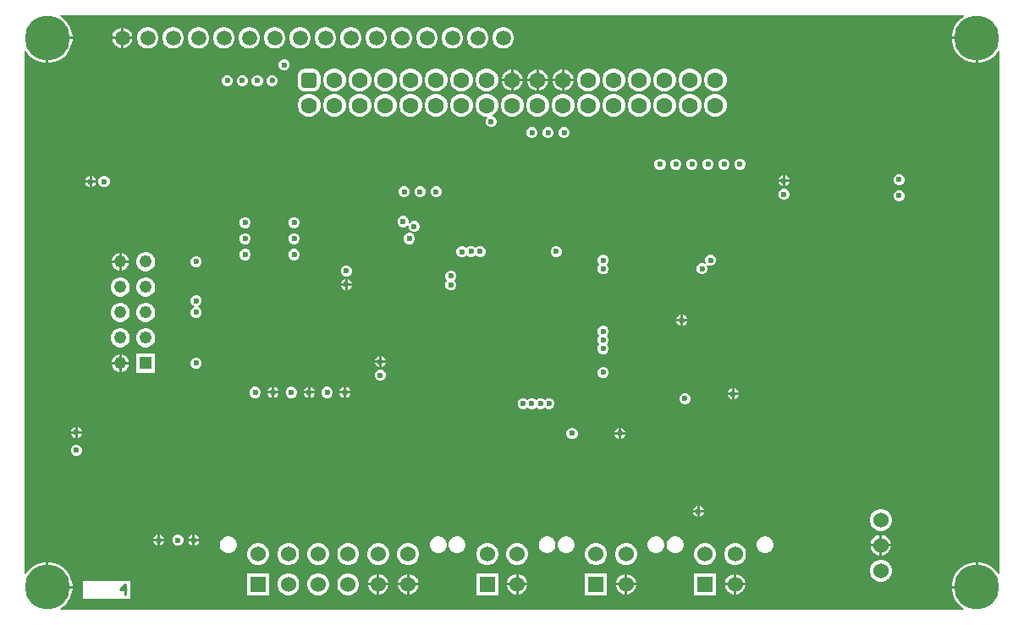
<source format=gbl>
G04*
G04 #@! TF.GenerationSoftware,Altium Limited,Altium Designer,23.8.1 (32)*
G04*
G04 Layer_Physical_Order=4*
G04 Layer_Color=16711680*
%FSLAX43Y43*%
%MOMM*%
G71*
G04*
G04 #@! TF.SameCoordinates,9BBBEFC2-DBCC-4367-88D2-B00D1FEB7D6A*
G04*
G04*
G04 #@! TF.FilePolarity,Positive*
G04*
G01*
G75*
%ADD15C,0.254*%
%ADD49C,1.600*%
%ADD56C,4.500*%
G04:AMPARAMS|DCode=57|XSize=1.6mm|YSize=1.6mm|CornerRadius=0.4mm|HoleSize=0mm|Usage=FLASHONLY|Rotation=0.000|XOffset=0mm|YOffset=0mm|HoleType=Round|Shape=RoundedRectangle|*
%AMROUNDEDRECTD57*
21,1,1.600,0.800,0,0,0.0*
21,1,0.800,1.600,0,0,0.0*
1,1,0.800,0.400,-0.400*
1,1,0.800,-0.400,-0.400*
1,1,0.800,-0.400,0.400*
1,1,0.800,0.400,0.400*
%
%ADD57ROUNDEDRECTD57*%
%ADD58C,3.500*%
%ADD59C,1.500*%
%ADD60C,1.524*%
%ADD61R,1.524X1.524*%
%ADD62C,1.240*%
%ADD63R,1.240X1.240*%
%ADD64C,0.600*%
G36*
X104239Y69669D02*
X103904Y69445D01*
X103555Y69096D01*
X103281Y68686D01*
X103092Y68230D01*
X102996Y67747D01*
Y67627D01*
X105500D01*
Y67500D01*
X105627D01*
Y64996D01*
X105747D01*
X106230Y65092D01*
X106686Y65281D01*
X107096Y65555D01*
X107445Y65904D01*
X107669Y66239D01*
X107796Y66201D01*
Y13799D01*
X107669Y13761D01*
X107445Y14096D01*
X107096Y14445D01*
X106686Y14719D01*
X106230Y14908D01*
X105747Y15004D01*
X105627D01*
Y12500D01*
X105500D01*
Y12373D01*
X102996D01*
Y12253D01*
X103092Y11770D01*
X103281Y11314D01*
X103555Y10904D01*
X103904Y10555D01*
X104239Y10331D01*
X104201Y10204D01*
X13799D01*
X13761Y10331D01*
X14096Y10555D01*
X14445Y10904D01*
X14719Y11314D01*
X14908Y11770D01*
X15004Y12253D01*
Y12373D01*
X12500D01*
Y12500D01*
X12373D01*
Y15004D01*
X12253D01*
X11770Y14908D01*
X11314Y14719D01*
X10904Y14445D01*
X10555Y14096D01*
X10331Y13761D01*
X10204Y13799D01*
Y66201D01*
X10331Y66239D01*
X10555Y65904D01*
X10904Y65555D01*
X11314Y65281D01*
X11770Y65092D01*
X12253Y64996D01*
X12373D01*
Y67500D01*
X12500D01*
Y67627D01*
X15004D01*
Y67747D01*
X14908Y68230D01*
X14719Y68686D01*
X14445Y69096D01*
X14096Y69445D01*
X13761Y69669D01*
X13799Y69796D01*
X104201D01*
X104239Y69669D01*
D02*
G37*
%LPC*%
G36*
X20132Y68504D02*
X20127D01*
Y67627D01*
X21004D01*
Y67632D01*
X20936Y67888D01*
X20803Y68116D01*
X20616Y68303D01*
X20388Y68436D01*
X20132Y68504D01*
D02*
G37*
G36*
X19873D02*
X19868D01*
X19612Y68436D01*
X19384Y68303D01*
X19197Y68116D01*
X19064Y67888D01*
X18996Y67632D01*
Y67627D01*
X19873D01*
Y68504D01*
D02*
G37*
G36*
X21004Y67373D02*
X20127D01*
Y66496D01*
X20132D01*
X20388Y66564D01*
X20616Y66697D01*
X20803Y66884D01*
X20936Y67112D01*
X21004Y67368D01*
Y67373D01*
D02*
G37*
G36*
X19873D02*
X18996D01*
Y67368D01*
X19064Y67112D01*
X19197Y66884D01*
X19384Y66697D01*
X19612Y66564D01*
X19868Y66496D01*
X19873D01*
Y67373D01*
D02*
G37*
G36*
X58242Y68580D02*
X57958D01*
X57683Y68506D01*
X57437Y68364D01*
X57236Y68163D01*
X57094Y67917D01*
X57020Y67642D01*
Y67358D01*
X57094Y67083D01*
X57236Y66837D01*
X57437Y66636D01*
X57683Y66494D01*
X57958Y66420D01*
X58242D01*
X58517Y66494D01*
X58763Y66636D01*
X58964Y66837D01*
X59106Y67083D01*
X59180Y67358D01*
Y67642D01*
X59106Y67917D01*
X58964Y68163D01*
X58763Y68364D01*
X58517Y68506D01*
X58242Y68580D01*
D02*
G37*
G36*
X55702D02*
X55418D01*
X55143Y68506D01*
X54897Y68364D01*
X54696Y68163D01*
X54554Y67917D01*
X54480Y67642D01*
Y67358D01*
X54554Y67083D01*
X54696Y66837D01*
X54897Y66636D01*
X55143Y66494D01*
X55418Y66420D01*
X55702D01*
X55977Y66494D01*
X56223Y66636D01*
X56424Y66837D01*
X56566Y67083D01*
X56640Y67358D01*
Y67642D01*
X56566Y67917D01*
X56424Y68163D01*
X56223Y68364D01*
X55977Y68506D01*
X55702Y68580D01*
D02*
G37*
G36*
X53162D02*
X52878D01*
X52603Y68506D01*
X52357Y68364D01*
X52156Y68163D01*
X52014Y67917D01*
X51940Y67642D01*
Y67358D01*
X52014Y67083D01*
X52156Y66837D01*
X52357Y66636D01*
X52603Y66494D01*
X52878Y66420D01*
X53162D01*
X53437Y66494D01*
X53683Y66636D01*
X53884Y66837D01*
X54026Y67083D01*
X54100Y67358D01*
Y67642D01*
X54026Y67917D01*
X53884Y68163D01*
X53683Y68364D01*
X53437Y68506D01*
X53162Y68580D01*
D02*
G37*
G36*
X50622D02*
X50338D01*
X50063Y68506D01*
X49817Y68364D01*
X49616Y68163D01*
X49474Y67917D01*
X49400Y67642D01*
Y67358D01*
X49474Y67083D01*
X49616Y66837D01*
X49817Y66636D01*
X50063Y66494D01*
X50338Y66420D01*
X50622D01*
X50897Y66494D01*
X51143Y66636D01*
X51344Y66837D01*
X51486Y67083D01*
X51560Y67358D01*
Y67642D01*
X51486Y67917D01*
X51344Y68163D01*
X51143Y68364D01*
X50897Y68506D01*
X50622Y68580D01*
D02*
G37*
G36*
X48082D02*
X47798D01*
X47523Y68506D01*
X47277Y68364D01*
X47076Y68163D01*
X46934Y67917D01*
X46860Y67642D01*
Y67358D01*
X46934Y67083D01*
X47076Y66837D01*
X47277Y66636D01*
X47523Y66494D01*
X47798Y66420D01*
X48082D01*
X48357Y66494D01*
X48603Y66636D01*
X48804Y66837D01*
X48946Y67083D01*
X49020Y67358D01*
Y67642D01*
X48946Y67917D01*
X48804Y68163D01*
X48603Y68364D01*
X48357Y68506D01*
X48082Y68580D01*
D02*
G37*
G36*
X45542D02*
X45258D01*
X44983Y68506D01*
X44737Y68364D01*
X44536Y68163D01*
X44394Y67917D01*
X44320Y67642D01*
Y67358D01*
X44394Y67083D01*
X44536Y66837D01*
X44737Y66636D01*
X44983Y66494D01*
X45258Y66420D01*
X45542D01*
X45817Y66494D01*
X46063Y66636D01*
X46264Y66837D01*
X46406Y67083D01*
X46480Y67358D01*
Y67642D01*
X46406Y67917D01*
X46264Y68163D01*
X46063Y68364D01*
X45817Y68506D01*
X45542Y68580D01*
D02*
G37*
G36*
X43002D02*
X42718D01*
X42443Y68506D01*
X42197Y68364D01*
X41996Y68163D01*
X41854Y67917D01*
X41780Y67642D01*
Y67358D01*
X41854Y67083D01*
X41996Y66837D01*
X42197Y66636D01*
X42443Y66494D01*
X42718Y66420D01*
X43002D01*
X43277Y66494D01*
X43523Y66636D01*
X43724Y66837D01*
X43866Y67083D01*
X43940Y67358D01*
Y67642D01*
X43866Y67917D01*
X43724Y68163D01*
X43523Y68364D01*
X43277Y68506D01*
X43002Y68580D01*
D02*
G37*
G36*
X40462D02*
X40178D01*
X39903Y68506D01*
X39657Y68364D01*
X39456Y68163D01*
X39314Y67917D01*
X39240Y67642D01*
Y67358D01*
X39314Y67083D01*
X39456Y66837D01*
X39657Y66636D01*
X39903Y66494D01*
X40178Y66420D01*
X40462D01*
X40737Y66494D01*
X40983Y66636D01*
X41184Y66837D01*
X41326Y67083D01*
X41400Y67358D01*
Y67642D01*
X41326Y67917D01*
X41184Y68163D01*
X40983Y68364D01*
X40737Y68506D01*
X40462Y68580D01*
D02*
G37*
G36*
X37922D02*
X37638D01*
X37363Y68506D01*
X37117Y68364D01*
X36916Y68163D01*
X36774Y67917D01*
X36700Y67642D01*
Y67358D01*
X36774Y67083D01*
X36916Y66837D01*
X37117Y66636D01*
X37363Y66494D01*
X37638Y66420D01*
X37922D01*
X38197Y66494D01*
X38443Y66636D01*
X38644Y66837D01*
X38786Y67083D01*
X38860Y67358D01*
Y67642D01*
X38786Y67917D01*
X38644Y68163D01*
X38443Y68364D01*
X38197Y68506D01*
X37922Y68580D01*
D02*
G37*
G36*
X35382D02*
X35098D01*
X34823Y68506D01*
X34577Y68364D01*
X34376Y68163D01*
X34234Y67917D01*
X34160Y67642D01*
Y67358D01*
X34234Y67083D01*
X34376Y66837D01*
X34577Y66636D01*
X34823Y66494D01*
X35098Y66420D01*
X35382D01*
X35657Y66494D01*
X35903Y66636D01*
X36104Y66837D01*
X36246Y67083D01*
X36320Y67358D01*
Y67642D01*
X36246Y67917D01*
X36104Y68163D01*
X35903Y68364D01*
X35657Y68506D01*
X35382Y68580D01*
D02*
G37*
G36*
X32842D02*
X32558D01*
X32283Y68506D01*
X32037Y68364D01*
X31836Y68163D01*
X31694Y67917D01*
X31620Y67642D01*
Y67358D01*
X31694Y67083D01*
X31836Y66837D01*
X32037Y66636D01*
X32283Y66494D01*
X32558Y66420D01*
X32842D01*
X33117Y66494D01*
X33363Y66636D01*
X33564Y66837D01*
X33706Y67083D01*
X33780Y67358D01*
Y67642D01*
X33706Y67917D01*
X33564Y68163D01*
X33363Y68364D01*
X33117Y68506D01*
X32842Y68580D01*
D02*
G37*
G36*
X30302D02*
X30018D01*
X29743Y68506D01*
X29497Y68364D01*
X29296Y68163D01*
X29154Y67917D01*
X29080Y67642D01*
Y67358D01*
X29154Y67083D01*
X29296Y66837D01*
X29497Y66636D01*
X29743Y66494D01*
X30018Y66420D01*
X30302D01*
X30577Y66494D01*
X30823Y66636D01*
X31024Y66837D01*
X31166Y67083D01*
X31240Y67358D01*
Y67642D01*
X31166Y67917D01*
X31024Y68163D01*
X30823Y68364D01*
X30577Y68506D01*
X30302Y68580D01*
D02*
G37*
G36*
X27762D02*
X27478D01*
X27203Y68506D01*
X26957Y68364D01*
X26756Y68163D01*
X26614Y67917D01*
X26540Y67642D01*
Y67358D01*
X26614Y67083D01*
X26756Y66837D01*
X26957Y66636D01*
X27203Y66494D01*
X27478Y66420D01*
X27762D01*
X28037Y66494D01*
X28283Y66636D01*
X28484Y66837D01*
X28626Y67083D01*
X28700Y67358D01*
Y67642D01*
X28626Y67917D01*
X28484Y68163D01*
X28283Y68364D01*
X28037Y68506D01*
X27762Y68580D01*
D02*
G37*
G36*
X25222D02*
X24938D01*
X24663Y68506D01*
X24417Y68364D01*
X24216Y68163D01*
X24074Y67917D01*
X24000Y67642D01*
Y67358D01*
X24074Y67083D01*
X24216Y66837D01*
X24417Y66636D01*
X24663Y66494D01*
X24938Y66420D01*
X25222D01*
X25497Y66494D01*
X25743Y66636D01*
X25944Y66837D01*
X26086Y67083D01*
X26160Y67358D01*
Y67642D01*
X26086Y67917D01*
X25944Y68163D01*
X25743Y68364D01*
X25497Y68506D01*
X25222Y68580D01*
D02*
G37*
G36*
X22682D02*
X22398D01*
X22123Y68506D01*
X21877Y68364D01*
X21676Y68163D01*
X21534Y67917D01*
X21460Y67642D01*
Y67358D01*
X21534Y67083D01*
X21676Y66837D01*
X21877Y66636D01*
X22123Y66494D01*
X22398Y66420D01*
X22682D01*
X22957Y66494D01*
X23203Y66636D01*
X23404Y66837D01*
X23546Y67083D01*
X23620Y67358D01*
Y67642D01*
X23546Y67917D01*
X23404Y68163D01*
X23203Y68364D01*
X22957Y68506D01*
X22682Y68580D01*
D02*
G37*
G36*
X105373Y67373D02*
X102996D01*
Y67253D01*
X103092Y66770D01*
X103281Y66314D01*
X103555Y65904D01*
X103904Y65555D01*
X104314Y65281D01*
X104770Y65092D01*
X105253Y64996D01*
X105373D01*
Y67373D01*
D02*
G37*
G36*
X15004D02*
X12627D01*
Y64996D01*
X12747D01*
X13230Y65092D01*
X13686Y65281D01*
X14096Y65555D01*
X14445Y65904D01*
X14719Y66314D01*
X14908Y66770D01*
X15004Y67253D01*
Y67373D01*
D02*
G37*
G36*
X36310Y65354D02*
X36090D01*
X35886Y65270D01*
X35730Y65114D01*
X35646Y64910D01*
Y64690D01*
X35730Y64486D01*
X35886Y64330D01*
X36090Y64246D01*
X36310D01*
X36514Y64330D01*
X36670Y64486D01*
X36754Y64690D01*
Y64910D01*
X36670Y65114D01*
X36514Y65270D01*
X36310Y65354D01*
D02*
G37*
G36*
X64219Y64324D02*
X64207D01*
Y63397D01*
X65134D01*
Y63409D01*
X65062Y63677D01*
X64923Y63917D01*
X64727Y64113D01*
X64487Y64252D01*
X64219Y64324D01*
D02*
G37*
G36*
X63953D02*
X63941D01*
X63673Y64252D01*
X63433Y64113D01*
X63237Y63917D01*
X63098Y63677D01*
X63026Y63409D01*
Y63397D01*
X63953D01*
Y64324D01*
D02*
G37*
G36*
X61679D02*
X61667D01*
Y63397D01*
X62594D01*
Y63409D01*
X62522Y63677D01*
X62383Y63917D01*
X62187Y64113D01*
X61947Y64252D01*
X61679Y64324D01*
D02*
G37*
G36*
X61413D02*
X61401D01*
X61133Y64252D01*
X60893Y64113D01*
X60697Y63917D01*
X60558Y63677D01*
X60486Y63409D01*
Y63397D01*
X61413D01*
Y64324D01*
D02*
G37*
G36*
X59139D02*
X59127D01*
Y63397D01*
X60054D01*
Y63409D01*
X59982Y63677D01*
X59843Y63917D01*
X59647Y64113D01*
X59407Y64252D01*
X59139Y64324D01*
D02*
G37*
G36*
X58873D02*
X58861D01*
X58593Y64252D01*
X58353Y64113D01*
X58157Y63917D01*
X58018Y63677D01*
X57946Y63409D01*
Y63397D01*
X58873D01*
Y64324D01*
D02*
G37*
G36*
X35110Y63754D02*
X34890D01*
X34686Y63670D01*
X34530Y63514D01*
X34446Y63310D01*
Y63090D01*
X34530Y62886D01*
X34686Y62730D01*
X34890Y62646D01*
X35110D01*
X35314Y62730D01*
X35470Y62886D01*
X35554Y63090D01*
Y63310D01*
X35470Y63514D01*
X35314Y63670D01*
X35110Y63754D01*
D02*
G37*
G36*
X33610D02*
X33390D01*
X33186Y63670D01*
X33030Y63514D01*
X32946Y63310D01*
Y63090D01*
X33030Y62886D01*
X33186Y62730D01*
X33390Y62646D01*
X33610D01*
X33814Y62730D01*
X33970Y62886D01*
X34054Y63090D01*
Y63310D01*
X33970Y63514D01*
X33814Y63670D01*
X33610Y63754D01*
D02*
G37*
G36*
X32110D02*
X31890D01*
X31686Y63670D01*
X31530Y63514D01*
X31446Y63310D01*
Y63090D01*
X31530Y62886D01*
X31686Y62730D01*
X31890Y62646D01*
X32110D01*
X32314Y62730D01*
X32470Y62886D01*
X32554Y63090D01*
Y63310D01*
X32470Y63514D01*
X32314Y63670D01*
X32110Y63754D01*
D02*
G37*
G36*
X30610D02*
X30390D01*
X30186Y63670D01*
X30030Y63514D01*
X29946Y63310D01*
Y63090D01*
X30030Y62886D01*
X30186Y62730D01*
X30390Y62646D01*
X30610D01*
X30814Y62730D01*
X30970Y62886D01*
X31054Y63090D01*
Y63310D01*
X30970Y63514D01*
X30814Y63670D01*
X30610Y63754D01*
D02*
G37*
G36*
X65134Y63143D02*
X64207D01*
Y62216D01*
X64219D01*
X64487Y62288D01*
X64727Y62427D01*
X64923Y62623D01*
X65062Y62863D01*
X65134Y63131D01*
Y63143D01*
D02*
G37*
G36*
X63953D02*
X63026D01*
Y63131D01*
X63098Y62863D01*
X63237Y62623D01*
X63433Y62427D01*
X63673Y62288D01*
X63941Y62216D01*
X63953D01*
Y63143D01*
D02*
G37*
G36*
X62594D02*
X61667D01*
Y62216D01*
X61679D01*
X61947Y62288D01*
X62187Y62427D01*
X62383Y62623D01*
X62522Y62863D01*
X62594Y63131D01*
Y63143D01*
D02*
G37*
G36*
X61413D02*
X60486D01*
Y63131D01*
X60558Y62863D01*
X60697Y62623D01*
X60893Y62427D01*
X61133Y62288D01*
X61401Y62216D01*
X61413D01*
Y63143D01*
D02*
G37*
G36*
X60054D02*
X59127D01*
Y62216D01*
X59139D01*
X59407Y62288D01*
X59647Y62427D01*
X59843Y62623D01*
X59982Y62863D01*
X60054Y63131D01*
Y63143D01*
D02*
G37*
G36*
X58873D02*
X57946D01*
Y63131D01*
X58018Y62863D01*
X58157Y62623D01*
X58353Y62427D01*
X58593Y62288D01*
X58861Y62216D01*
X58873D01*
Y63143D01*
D02*
G37*
G36*
X79469Y64400D02*
X79171D01*
X78884Y64323D01*
X78626Y64174D01*
X78416Y63964D01*
X78267Y63706D01*
X78190Y63419D01*
Y63121D01*
X78267Y62834D01*
X78416Y62576D01*
X78626Y62366D01*
X78884Y62217D01*
X79171Y62140D01*
X79469D01*
X79756Y62217D01*
X80014Y62366D01*
X80224Y62576D01*
X80373Y62834D01*
X80450Y63121D01*
Y63419D01*
X80373Y63706D01*
X80224Y63964D01*
X80014Y64174D01*
X79756Y64323D01*
X79469Y64400D01*
D02*
G37*
G36*
X76929D02*
X76631D01*
X76344Y64323D01*
X76086Y64174D01*
X75876Y63964D01*
X75727Y63706D01*
X75650Y63419D01*
Y63121D01*
X75727Y62834D01*
X75876Y62576D01*
X76086Y62366D01*
X76344Y62217D01*
X76631Y62140D01*
X76929D01*
X77216Y62217D01*
X77474Y62366D01*
X77684Y62576D01*
X77833Y62834D01*
X77910Y63121D01*
Y63419D01*
X77833Y63706D01*
X77684Y63964D01*
X77474Y64174D01*
X77216Y64323D01*
X76929Y64400D01*
D02*
G37*
G36*
X74389D02*
X74091D01*
X73804Y64323D01*
X73546Y64174D01*
X73336Y63964D01*
X73187Y63706D01*
X73110Y63419D01*
Y63121D01*
X73187Y62834D01*
X73336Y62576D01*
X73546Y62366D01*
X73804Y62217D01*
X74091Y62140D01*
X74389D01*
X74676Y62217D01*
X74934Y62366D01*
X75144Y62576D01*
X75293Y62834D01*
X75370Y63121D01*
Y63419D01*
X75293Y63706D01*
X75144Y63964D01*
X74934Y64174D01*
X74676Y64323D01*
X74389Y64400D01*
D02*
G37*
G36*
X71849D02*
X71551D01*
X71264Y64323D01*
X71006Y64174D01*
X70796Y63964D01*
X70647Y63706D01*
X70570Y63419D01*
Y63121D01*
X70647Y62834D01*
X70796Y62576D01*
X71006Y62366D01*
X71264Y62217D01*
X71551Y62140D01*
X71849D01*
X72136Y62217D01*
X72394Y62366D01*
X72604Y62576D01*
X72753Y62834D01*
X72830Y63121D01*
Y63419D01*
X72753Y63706D01*
X72604Y63964D01*
X72394Y64174D01*
X72136Y64323D01*
X71849Y64400D01*
D02*
G37*
G36*
X69309D02*
X69011D01*
X68724Y64323D01*
X68466Y64174D01*
X68256Y63964D01*
X68107Y63706D01*
X68030Y63419D01*
Y63121D01*
X68107Y62834D01*
X68256Y62576D01*
X68466Y62366D01*
X68724Y62217D01*
X69011Y62140D01*
X69309D01*
X69596Y62217D01*
X69854Y62366D01*
X70064Y62576D01*
X70213Y62834D01*
X70290Y63121D01*
Y63419D01*
X70213Y63706D01*
X70064Y63964D01*
X69854Y64174D01*
X69596Y64323D01*
X69309Y64400D01*
D02*
G37*
G36*
X66769D02*
X66471D01*
X66184Y64323D01*
X65926Y64174D01*
X65716Y63964D01*
X65567Y63706D01*
X65490Y63419D01*
Y63121D01*
X65567Y62834D01*
X65716Y62576D01*
X65926Y62366D01*
X66184Y62217D01*
X66471Y62140D01*
X66769D01*
X67056Y62217D01*
X67314Y62366D01*
X67524Y62576D01*
X67673Y62834D01*
X67750Y63121D01*
Y63419D01*
X67673Y63706D01*
X67524Y63964D01*
X67314Y64174D01*
X67056Y64323D01*
X66769Y64400D01*
D02*
G37*
G36*
X56609D02*
X56311D01*
X56024Y64323D01*
X55766Y64174D01*
X55556Y63964D01*
X55407Y63706D01*
X55330Y63419D01*
Y63121D01*
X55407Y62834D01*
X55556Y62576D01*
X55766Y62366D01*
X56024Y62217D01*
X56311Y62140D01*
X56609D01*
X56896Y62217D01*
X57154Y62366D01*
X57364Y62576D01*
X57513Y62834D01*
X57590Y63121D01*
Y63419D01*
X57513Y63706D01*
X57364Y63964D01*
X57154Y64174D01*
X56896Y64323D01*
X56609Y64400D01*
D02*
G37*
G36*
X54069D02*
X53771D01*
X53484Y64323D01*
X53226Y64174D01*
X53016Y63964D01*
X52867Y63706D01*
X52790Y63419D01*
Y63121D01*
X52867Y62834D01*
X53016Y62576D01*
X53226Y62366D01*
X53484Y62217D01*
X53771Y62140D01*
X54069D01*
X54356Y62217D01*
X54614Y62366D01*
X54824Y62576D01*
X54973Y62834D01*
X55050Y63121D01*
Y63419D01*
X54973Y63706D01*
X54824Y63964D01*
X54614Y64174D01*
X54356Y64323D01*
X54069Y64400D01*
D02*
G37*
G36*
X51529D02*
X51231D01*
X50944Y64323D01*
X50686Y64174D01*
X50476Y63964D01*
X50327Y63706D01*
X50250Y63419D01*
Y63121D01*
X50327Y62834D01*
X50476Y62576D01*
X50686Y62366D01*
X50944Y62217D01*
X51231Y62140D01*
X51529D01*
X51816Y62217D01*
X52074Y62366D01*
X52284Y62576D01*
X52433Y62834D01*
X52510Y63121D01*
Y63419D01*
X52433Y63706D01*
X52284Y63964D01*
X52074Y64174D01*
X51816Y64323D01*
X51529Y64400D01*
D02*
G37*
G36*
X48989D02*
X48691D01*
X48404Y64323D01*
X48146Y64174D01*
X47936Y63964D01*
X47787Y63706D01*
X47710Y63419D01*
Y63121D01*
X47787Y62834D01*
X47936Y62576D01*
X48146Y62366D01*
X48404Y62217D01*
X48691Y62140D01*
X48989D01*
X49276Y62217D01*
X49534Y62366D01*
X49744Y62576D01*
X49893Y62834D01*
X49970Y63121D01*
Y63419D01*
X49893Y63706D01*
X49744Y63964D01*
X49534Y64174D01*
X49276Y64323D01*
X48989Y64400D01*
D02*
G37*
G36*
X46449D02*
X46151D01*
X45864Y64323D01*
X45606Y64174D01*
X45396Y63964D01*
X45247Y63706D01*
X45170Y63419D01*
Y63121D01*
X45247Y62834D01*
X45396Y62576D01*
X45606Y62366D01*
X45864Y62217D01*
X46151Y62140D01*
X46449D01*
X46736Y62217D01*
X46994Y62366D01*
X47204Y62576D01*
X47353Y62834D01*
X47430Y63121D01*
Y63419D01*
X47353Y63706D01*
X47204Y63964D01*
X46994Y64174D01*
X46736Y64323D01*
X46449Y64400D01*
D02*
G37*
G36*
X43909D02*
X43611D01*
X43324Y64323D01*
X43066Y64174D01*
X42856Y63964D01*
X42707Y63706D01*
X42630Y63419D01*
Y63121D01*
X42707Y62834D01*
X42856Y62576D01*
X43066Y62366D01*
X43324Y62217D01*
X43611Y62140D01*
X43909D01*
X44196Y62217D01*
X44454Y62366D01*
X44664Y62576D01*
X44813Y62834D01*
X44890Y63121D01*
Y63419D01*
X44813Y63706D01*
X44664Y63964D01*
X44454Y64174D01*
X44196Y64323D01*
X43909Y64400D01*
D02*
G37*
G36*
X41369D02*
X41071D01*
X40784Y64323D01*
X40526Y64174D01*
X40316Y63964D01*
X40167Y63706D01*
X40090Y63419D01*
Y63121D01*
X40167Y62834D01*
X40316Y62576D01*
X40526Y62366D01*
X40784Y62217D01*
X41071Y62140D01*
X41369D01*
X41656Y62217D01*
X41914Y62366D01*
X42124Y62576D01*
X42273Y62834D01*
X42350Y63121D01*
Y63419D01*
X42273Y63706D01*
X42124Y63964D01*
X41914Y64174D01*
X41656Y64323D01*
X41369Y64400D01*
D02*
G37*
G36*
X39080Y64406D02*
X38280D01*
X38089Y64381D01*
X37912Y64308D01*
X37759Y64191D01*
X37642Y64038D01*
X37569Y63861D01*
X37544Y63670D01*
Y62870D01*
X37569Y62679D01*
X37642Y62502D01*
X37759Y62349D01*
X37912Y62232D01*
X38089Y62159D01*
X38280Y62134D01*
X39080D01*
X39271Y62159D01*
X39448Y62232D01*
X39601Y62349D01*
X39718Y62502D01*
X39791Y62679D01*
X39816Y62870D01*
Y63670D01*
X39791Y63861D01*
X39718Y64038D01*
X39601Y64191D01*
X39448Y64308D01*
X39271Y64381D01*
X39080Y64406D01*
D02*
G37*
G36*
X79469Y61860D02*
X79171D01*
X78884Y61783D01*
X78626Y61634D01*
X78416Y61424D01*
X78267Y61166D01*
X78190Y60879D01*
Y60581D01*
X78267Y60294D01*
X78416Y60036D01*
X78626Y59826D01*
X78884Y59677D01*
X79171Y59600D01*
X79469D01*
X79756Y59677D01*
X80014Y59826D01*
X80224Y60036D01*
X80373Y60294D01*
X80450Y60581D01*
Y60879D01*
X80373Y61166D01*
X80224Y61424D01*
X80014Y61634D01*
X79756Y61783D01*
X79469Y61860D01*
D02*
G37*
G36*
X76929D02*
X76631D01*
X76344Y61783D01*
X76086Y61634D01*
X75876Y61424D01*
X75727Y61166D01*
X75650Y60879D01*
Y60581D01*
X75727Y60294D01*
X75876Y60036D01*
X76086Y59826D01*
X76344Y59677D01*
X76631Y59600D01*
X76929D01*
X77216Y59677D01*
X77474Y59826D01*
X77684Y60036D01*
X77833Y60294D01*
X77910Y60581D01*
Y60879D01*
X77833Y61166D01*
X77684Y61424D01*
X77474Y61634D01*
X77216Y61783D01*
X76929Y61860D01*
D02*
G37*
G36*
X74389D02*
X74091D01*
X73804Y61783D01*
X73546Y61634D01*
X73336Y61424D01*
X73187Y61166D01*
X73110Y60879D01*
Y60581D01*
X73187Y60294D01*
X73336Y60036D01*
X73546Y59826D01*
X73804Y59677D01*
X74091Y59600D01*
X74389D01*
X74676Y59677D01*
X74934Y59826D01*
X75144Y60036D01*
X75293Y60294D01*
X75370Y60581D01*
Y60879D01*
X75293Y61166D01*
X75144Y61424D01*
X74934Y61634D01*
X74676Y61783D01*
X74389Y61860D01*
D02*
G37*
G36*
X71849D02*
X71551D01*
X71264Y61783D01*
X71006Y61634D01*
X70796Y61424D01*
X70647Y61166D01*
X70570Y60879D01*
Y60581D01*
X70647Y60294D01*
X70796Y60036D01*
X71006Y59826D01*
X71264Y59677D01*
X71551Y59600D01*
X71849D01*
X72136Y59677D01*
X72394Y59826D01*
X72604Y60036D01*
X72753Y60294D01*
X72830Y60581D01*
Y60879D01*
X72753Y61166D01*
X72604Y61424D01*
X72394Y61634D01*
X72136Y61783D01*
X71849Y61860D01*
D02*
G37*
G36*
X69309D02*
X69011D01*
X68724Y61783D01*
X68466Y61634D01*
X68256Y61424D01*
X68107Y61166D01*
X68030Y60879D01*
Y60581D01*
X68107Y60294D01*
X68256Y60036D01*
X68466Y59826D01*
X68724Y59677D01*
X69011Y59600D01*
X69309D01*
X69596Y59677D01*
X69854Y59826D01*
X70064Y60036D01*
X70213Y60294D01*
X70290Y60581D01*
Y60879D01*
X70213Y61166D01*
X70064Y61424D01*
X69854Y61634D01*
X69596Y61783D01*
X69309Y61860D01*
D02*
G37*
G36*
X66769D02*
X66471D01*
X66184Y61783D01*
X65926Y61634D01*
X65716Y61424D01*
X65567Y61166D01*
X65490Y60879D01*
Y60581D01*
X65567Y60294D01*
X65716Y60036D01*
X65926Y59826D01*
X66184Y59677D01*
X66471Y59600D01*
X66769D01*
X67056Y59677D01*
X67314Y59826D01*
X67524Y60036D01*
X67673Y60294D01*
X67750Y60581D01*
Y60879D01*
X67673Y61166D01*
X67524Y61424D01*
X67314Y61634D01*
X67056Y61783D01*
X66769Y61860D01*
D02*
G37*
G36*
X64229D02*
X63931D01*
X63644Y61783D01*
X63386Y61634D01*
X63176Y61424D01*
X63027Y61166D01*
X62950Y60879D01*
Y60581D01*
X63027Y60294D01*
X63176Y60036D01*
X63386Y59826D01*
X63644Y59677D01*
X63931Y59600D01*
X64229D01*
X64516Y59677D01*
X64774Y59826D01*
X64984Y60036D01*
X65133Y60294D01*
X65210Y60581D01*
Y60879D01*
X65133Y61166D01*
X64984Y61424D01*
X64774Y61634D01*
X64516Y61783D01*
X64229Y61860D01*
D02*
G37*
G36*
X61689D02*
X61391D01*
X61104Y61783D01*
X60846Y61634D01*
X60636Y61424D01*
X60487Y61166D01*
X60410Y60879D01*
Y60581D01*
X60487Y60294D01*
X60636Y60036D01*
X60846Y59826D01*
X61104Y59677D01*
X61391Y59600D01*
X61689D01*
X61976Y59677D01*
X62234Y59826D01*
X62444Y60036D01*
X62593Y60294D01*
X62670Y60581D01*
Y60879D01*
X62593Y61166D01*
X62444Y61424D01*
X62234Y61634D01*
X61976Y61783D01*
X61689Y61860D01*
D02*
G37*
G36*
X59149D02*
X58851D01*
X58564Y61783D01*
X58306Y61634D01*
X58096Y61424D01*
X57947Y61166D01*
X57870Y60879D01*
Y60581D01*
X57947Y60294D01*
X58096Y60036D01*
X58306Y59826D01*
X58564Y59677D01*
X58851Y59600D01*
X59149D01*
X59436Y59677D01*
X59694Y59826D01*
X59904Y60036D01*
X60053Y60294D01*
X60130Y60581D01*
Y60879D01*
X60053Y61166D01*
X59904Y61424D01*
X59694Y61634D01*
X59436Y61783D01*
X59149Y61860D01*
D02*
G37*
G36*
X54069D02*
X53771D01*
X53484Y61783D01*
X53226Y61634D01*
X53016Y61424D01*
X52867Y61166D01*
X52790Y60879D01*
Y60581D01*
X52867Y60294D01*
X53016Y60036D01*
X53226Y59826D01*
X53484Y59677D01*
X53771Y59600D01*
X54069D01*
X54356Y59677D01*
X54614Y59826D01*
X54824Y60036D01*
X54973Y60294D01*
X55050Y60581D01*
Y60879D01*
X54973Y61166D01*
X54824Y61424D01*
X54614Y61634D01*
X54356Y61783D01*
X54069Y61860D01*
D02*
G37*
G36*
X51529D02*
X51231D01*
X50944Y61783D01*
X50686Y61634D01*
X50476Y61424D01*
X50327Y61166D01*
X50250Y60879D01*
Y60581D01*
X50327Y60294D01*
X50476Y60036D01*
X50686Y59826D01*
X50944Y59677D01*
X51231Y59600D01*
X51529D01*
X51816Y59677D01*
X52074Y59826D01*
X52284Y60036D01*
X52433Y60294D01*
X52510Y60581D01*
Y60879D01*
X52433Y61166D01*
X52284Y61424D01*
X52074Y61634D01*
X51816Y61783D01*
X51529Y61860D01*
D02*
G37*
G36*
X48989D02*
X48691D01*
X48404Y61783D01*
X48146Y61634D01*
X47936Y61424D01*
X47787Y61166D01*
X47710Y60879D01*
Y60581D01*
X47787Y60294D01*
X47936Y60036D01*
X48146Y59826D01*
X48404Y59677D01*
X48691Y59600D01*
X48989D01*
X49276Y59677D01*
X49534Y59826D01*
X49744Y60036D01*
X49893Y60294D01*
X49970Y60581D01*
Y60879D01*
X49893Y61166D01*
X49744Y61424D01*
X49534Y61634D01*
X49276Y61783D01*
X48989Y61860D01*
D02*
G37*
G36*
X46449D02*
X46151D01*
X45864Y61783D01*
X45606Y61634D01*
X45396Y61424D01*
X45247Y61166D01*
X45170Y60879D01*
Y60581D01*
X45247Y60294D01*
X45396Y60036D01*
X45606Y59826D01*
X45864Y59677D01*
X46151Y59600D01*
X46449D01*
X46736Y59677D01*
X46994Y59826D01*
X47204Y60036D01*
X47353Y60294D01*
X47430Y60581D01*
Y60879D01*
X47353Y61166D01*
X47204Y61424D01*
X46994Y61634D01*
X46736Y61783D01*
X46449Y61860D01*
D02*
G37*
G36*
X43909D02*
X43611D01*
X43324Y61783D01*
X43066Y61634D01*
X42856Y61424D01*
X42707Y61166D01*
X42630Y60879D01*
Y60581D01*
X42707Y60294D01*
X42856Y60036D01*
X43066Y59826D01*
X43324Y59677D01*
X43611Y59600D01*
X43909D01*
X44196Y59677D01*
X44454Y59826D01*
X44664Y60036D01*
X44813Y60294D01*
X44890Y60581D01*
Y60879D01*
X44813Y61166D01*
X44664Y61424D01*
X44454Y61634D01*
X44196Y61783D01*
X43909Y61860D01*
D02*
G37*
G36*
X41369D02*
X41071D01*
X40784Y61783D01*
X40526Y61634D01*
X40316Y61424D01*
X40167Y61166D01*
X40090Y60879D01*
Y60581D01*
X40167Y60294D01*
X40316Y60036D01*
X40526Y59826D01*
X40784Y59677D01*
X41071Y59600D01*
X41369D01*
X41656Y59677D01*
X41914Y59826D01*
X42124Y60036D01*
X42273Y60294D01*
X42350Y60581D01*
Y60879D01*
X42273Y61166D01*
X42124Y61424D01*
X41914Y61634D01*
X41656Y61783D01*
X41369Y61860D01*
D02*
G37*
G36*
X38829D02*
X38531D01*
X38244Y61783D01*
X37986Y61634D01*
X37776Y61424D01*
X37627Y61166D01*
X37550Y60879D01*
Y60581D01*
X37627Y60294D01*
X37776Y60036D01*
X37986Y59826D01*
X38244Y59677D01*
X38531Y59600D01*
X38829D01*
X39116Y59677D01*
X39374Y59826D01*
X39584Y60036D01*
X39733Y60294D01*
X39810Y60581D01*
Y60879D01*
X39733Y61166D01*
X39584Y61424D01*
X39374Y61634D01*
X39116Y61783D01*
X38829Y61860D01*
D02*
G37*
G36*
X56609D02*
X56311D01*
X56024Y61783D01*
X55766Y61634D01*
X55556Y61424D01*
X55407Y61166D01*
X55330Y60879D01*
Y60581D01*
X55407Y60294D01*
X55556Y60036D01*
X55766Y59826D01*
X56024Y59677D01*
X56311Y59600D01*
X56437D01*
X56490Y59473D01*
X56430Y59414D01*
X56346Y59210D01*
Y58990D01*
X56430Y58786D01*
X56586Y58630D01*
X56790Y58546D01*
X57010D01*
X57214Y58630D01*
X57370Y58786D01*
X57454Y58990D01*
Y59210D01*
X57370Y59414D01*
X57214Y59570D01*
X57068Y59630D01*
X57059Y59771D01*
X57154Y59826D01*
X57364Y60036D01*
X57513Y60294D01*
X57590Y60581D01*
Y60879D01*
X57513Y61166D01*
X57364Y61424D01*
X57154Y61634D01*
X56896Y61783D01*
X56609Y61860D01*
D02*
G37*
G36*
X64310Y58554D02*
X64090D01*
X63886Y58470D01*
X63730Y58314D01*
X63646Y58110D01*
Y57890D01*
X63730Y57686D01*
X63886Y57530D01*
X64090Y57446D01*
X64310D01*
X64514Y57530D01*
X64670Y57686D01*
X64754Y57890D01*
Y58110D01*
X64670Y58314D01*
X64514Y58470D01*
X64310Y58554D01*
D02*
G37*
G36*
X62710D02*
X62490D01*
X62286Y58470D01*
X62130Y58314D01*
X62046Y58110D01*
Y57890D01*
X62130Y57686D01*
X62286Y57530D01*
X62490Y57446D01*
X62710D01*
X62914Y57530D01*
X63070Y57686D01*
X63154Y57890D01*
Y58110D01*
X63070Y58314D01*
X62914Y58470D01*
X62710Y58554D01*
D02*
G37*
G36*
X61110D02*
X60890D01*
X60686Y58470D01*
X60530Y58314D01*
X60446Y58110D01*
Y57890D01*
X60530Y57686D01*
X60686Y57530D01*
X60890Y57446D01*
X61110D01*
X61314Y57530D01*
X61470Y57686D01*
X61554Y57890D01*
Y58110D01*
X61470Y58314D01*
X61314Y58470D01*
X61110Y58554D01*
D02*
G37*
G36*
X81910Y55404D02*
X81690D01*
X81486Y55320D01*
X81330Y55164D01*
X81246Y54960D01*
Y54740D01*
X81330Y54536D01*
X81486Y54380D01*
X81690Y54296D01*
X81910D01*
X82114Y54380D01*
X82270Y54536D01*
X82354Y54740D01*
Y54960D01*
X82270Y55164D01*
X82114Y55320D01*
X81910Y55404D01*
D02*
G37*
G36*
X80310D02*
X80090D01*
X79886Y55320D01*
X79730Y55164D01*
X79646Y54960D01*
Y54740D01*
X79730Y54536D01*
X79886Y54380D01*
X80090Y54296D01*
X80310D01*
X80514Y54380D01*
X80670Y54536D01*
X80754Y54740D01*
Y54960D01*
X80670Y55164D01*
X80514Y55320D01*
X80310Y55404D01*
D02*
G37*
G36*
X78710D02*
X78490D01*
X78286Y55320D01*
X78130Y55164D01*
X78046Y54960D01*
Y54740D01*
X78130Y54536D01*
X78286Y54380D01*
X78490Y54296D01*
X78710D01*
X78914Y54380D01*
X79070Y54536D01*
X79154Y54740D01*
Y54960D01*
X79070Y55164D01*
X78914Y55320D01*
X78710Y55404D01*
D02*
G37*
G36*
X77110D02*
X76890D01*
X76686Y55320D01*
X76530Y55164D01*
X76446Y54960D01*
Y54740D01*
X76530Y54536D01*
X76686Y54380D01*
X76890Y54296D01*
X77110D01*
X77314Y54380D01*
X77470Y54536D01*
X77554Y54740D01*
Y54960D01*
X77470Y55164D01*
X77314Y55320D01*
X77110Y55404D01*
D02*
G37*
G36*
X75510D02*
X75290D01*
X75086Y55320D01*
X74930Y55164D01*
X74846Y54960D01*
Y54740D01*
X74930Y54536D01*
X75086Y54380D01*
X75290Y54296D01*
X75510D01*
X75714Y54380D01*
X75870Y54536D01*
X75954Y54740D01*
Y54960D01*
X75870Y55164D01*
X75714Y55320D01*
X75510Y55404D01*
D02*
G37*
G36*
X73910D02*
X73690D01*
X73486Y55320D01*
X73330Y55164D01*
X73246Y54960D01*
Y54740D01*
X73330Y54536D01*
X73486Y54380D01*
X73690Y54296D01*
X73910D01*
X74114Y54380D01*
X74270Y54536D01*
X74354Y54740D01*
Y54960D01*
X74270Y55164D01*
X74114Y55320D01*
X73910Y55404D01*
D02*
G37*
G36*
X86327Y53722D02*
Y53302D01*
X86747D01*
X86670Y53489D01*
X86514Y53645D01*
X86327Y53722D01*
D02*
G37*
G36*
X86073D02*
X85886Y53645D01*
X85730Y53489D01*
X85653Y53302D01*
X86073D01*
Y53722D01*
D02*
G37*
G36*
X16952Y53647D02*
Y53227D01*
X17372D01*
X17295Y53414D01*
X17139Y53570D01*
X16952Y53647D01*
D02*
G37*
G36*
X16698D02*
X16511Y53570D01*
X16355Y53414D01*
X16278Y53227D01*
X16698D01*
Y53647D01*
D02*
G37*
G36*
X97810Y53854D02*
X97590D01*
X97386Y53770D01*
X97230Y53614D01*
X97146Y53410D01*
Y53190D01*
X97230Y52986D01*
X97386Y52830D01*
X97590Y52746D01*
X97810D01*
X98014Y52830D01*
X98170Y52986D01*
X98254Y53190D01*
Y53410D01*
X98170Y53614D01*
X98014Y53770D01*
X97810Y53854D01*
D02*
G37*
G36*
X86747Y53048D02*
X86327D01*
Y52628D01*
X86514Y52705D01*
X86670Y52861D01*
X86747Y53048D01*
D02*
G37*
G36*
X86073D02*
X85653D01*
X85730Y52861D01*
X85886Y52705D01*
X86073Y52628D01*
Y53048D01*
D02*
G37*
G36*
X17372Y52973D02*
X16952D01*
Y52553D01*
X17139Y52630D01*
X17295Y52786D01*
X17372Y52973D01*
D02*
G37*
G36*
X16698D02*
X16278D01*
X16355Y52786D01*
X16511Y52630D01*
X16698Y52553D01*
Y52973D01*
D02*
G37*
G36*
X18285Y53654D02*
X18065D01*
X17861Y53570D01*
X17705Y53414D01*
X17621Y53210D01*
Y52990D01*
X17705Y52786D01*
X17861Y52630D01*
X18065Y52546D01*
X18285D01*
X18489Y52630D01*
X18645Y52786D01*
X18729Y52990D01*
Y53210D01*
X18645Y53414D01*
X18489Y53570D01*
X18285Y53654D01*
D02*
G37*
G36*
X51510Y52654D02*
X51290D01*
X51086Y52570D01*
X50930Y52414D01*
X50846Y52210D01*
Y51990D01*
X50930Y51786D01*
X51086Y51630D01*
X51290Y51546D01*
X51510D01*
X51714Y51630D01*
X51870Y51786D01*
X51954Y51990D01*
Y52210D01*
X51870Y52414D01*
X51714Y52570D01*
X51510Y52654D01*
D02*
G37*
G36*
X49910D02*
X49690D01*
X49486Y52570D01*
X49330Y52414D01*
X49246Y52210D01*
Y51990D01*
X49330Y51786D01*
X49486Y51630D01*
X49690Y51546D01*
X49910D01*
X50114Y51630D01*
X50270Y51786D01*
X50354Y51990D01*
Y52210D01*
X50270Y52414D01*
X50114Y52570D01*
X49910Y52654D01*
D02*
G37*
G36*
X48310D02*
X48090D01*
X47886Y52570D01*
X47730Y52414D01*
X47646Y52210D01*
Y51990D01*
X47730Y51786D01*
X47886Y51630D01*
X48090Y51546D01*
X48310D01*
X48514Y51630D01*
X48670Y51786D01*
X48754Y51990D01*
Y52210D01*
X48670Y52414D01*
X48514Y52570D01*
X48310Y52654D01*
D02*
G37*
G36*
X86310Y52379D02*
X86090D01*
X85886Y52295D01*
X85730Y52139D01*
X85646Y51935D01*
Y51715D01*
X85730Y51511D01*
X85886Y51355D01*
X86090Y51271D01*
X86310D01*
X86514Y51355D01*
X86670Y51511D01*
X86754Y51715D01*
Y51935D01*
X86670Y52139D01*
X86514Y52295D01*
X86310Y52379D01*
D02*
G37*
G36*
X97810Y52254D02*
X97590D01*
X97386Y52170D01*
X97230Y52014D01*
X97146Y51810D01*
Y51590D01*
X97230Y51386D01*
X97386Y51230D01*
X97590Y51146D01*
X97810D01*
X98014Y51230D01*
X98170Y51386D01*
X98254Y51590D01*
Y51810D01*
X98170Y52014D01*
X98014Y52170D01*
X97810Y52254D01*
D02*
G37*
G36*
X37310Y49554D02*
X37090D01*
X36886Y49470D01*
X36730Y49314D01*
X36646Y49110D01*
Y48890D01*
X36730Y48686D01*
X36886Y48530D01*
X37090Y48446D01*
X37310D01*
X37514Y48530D01*
X37670Y48686D01*
X37754Y48890D01*
Y49110D01*
X37670Y49314D01*
X37514Y49470D01*
X37310Y49554D01*
D02*
G37*
G36*
X32410Y49554D02*
X32190D01*
X31986Y49470D01*
X31830Y49314D01*
X31746Y49110D01*
Y48890D01*
X31830Y48686D01*
X31986Y48530D01*
X32190Y48446D01*
X32410D01*
X32614Y48530D01*
X32770Y48686D01*
X32854Y48890D01*
Y49110D01*
X32770Y49314D01*
X32614Y49470D01*
X32410Y49554D01*
D02*
G37*
G36*
X48210Y49654D02*
X47990D01*
X47786Y49570D01*
X47630Y49414D01*
X47546Y49210D01*
Y48990D01*
X47630Y48786D01*
X47786Y48630D01*
X47990Y48546D01*
X48210D01*
X48414Y48630D01*
X48529Y48745D01*
X48568Y48734D01*
X48646Y48683D01*
Y48490D01*
X48730Y48286D01*
X48886Y48130D01*
X49090Y48046D01*
X49310D01*
X49514Y48130D01*
X49670Y48286D01*
X49754Y48490D01*
Y48710D01*
X49670Y48914D01*
X49514Y49070D01*
X49310Y49154D01*
X49090D01*
X48886Y49070D01*
X48771Y48955D01*
X48732Y48966D01*
X48654Y49017D01*
Y49210D01*
X48570Y49414D01*
X48414Y49570D01*
X48210Y49654D01*
D02*
G37*
G36*
X48839Y47962D02*
X48619D01*
X48415Y47878D01*
X48259Y47722D01*
X48175Y47518D01*
Y47298D01*
X48259Y47094D01*
X48415Y46938D01*
X48619Y46854D01*
X48839D01*
X49043Y46938D01*
X49199Y47094D01*
X49283Y47298D01*
Y47518D01*
X49199Y47722D01*
X49043Y47878D01*
X48839Y47962D01*
D02*
G37*
G36*
X37310Y47954D02*
X37090D01*
X36886Y47870D01*
X36730Y47714D01*
X36646Y47510D01*
Y47290D01*
X36730Y47086D01*
X36886Y46930D01*
X37090Y46846D01*
X37310D01*
X37514Y46930D01*
X37670Y47086D01*
X37754Y47290D01*
Y47510D01*
X37670Y47714D01*
X37514Y47870D01*
X37310Y47954D01*
D02*
G37*
G36*
X32410Y47954D02*
X32190D01*
X31986Y47870D01*
X31830Y47714D01*
X31746Y47510D01*
Y47290D01*
X31830Y47086D01*
X31986Y46930D01*
X32190Y46846D01*
X32410D01*
X32614Y46930D01*
X32770Y47086D01*
X32854Y47290D01*
Y47510D01*
X32770Y47714D01*
X32614Y47870D01*
X32410Y47954D01*
D02*
G37*
G36*
X54998Y46666D02*
X54777D01*
X54574Y46582D01*
X54425Y46433D01*
X54301Y46557D01*
X54098Y46642D01*
X53877D01*
X53674Y46557D01*
X53518Y46401D01*
X53434Y46198D01*
Y45977D01*
X53518Y45774D01*
X53674Y45618D01*
X53877Y45534D01*
X54098D01*
X54301Y45618D01*
X54450Y45767D01*
X54574Y45643D01*
X54777Y45558D01*
X54998D01*
X55201Y45643D01*
X55338Y45779D01*
X55486Y45630D01*
X55690Y45546D01*
X55910D01*
X56114Y45630D01*
X56270Y45786D01*
X56354Y45990D01*
Y46210D01*
X56270Y46414D01*
X56114Y46570D01*
X55910Y46654D01*
X55690D01*
X55486Y46570D01*
X55350Y46433D01*
X55201Y46582D01*
X54998Y46666D01*
D02*
G37*
G36*
X63510Y46654D02*
X63290D01*
X63086Y46570D01*
X62930Y46414D01*
X62846Y46210D01*
Y45990D01*
X62930Y45786D01*
X63086Y45630D01*
X63290Y45546D01*
X63510D01*
X63714Y45630D01*
X63870Y45786D01*
X63954Y45990D01*
Y46210D01*
X63870Y46414D01*
X63714Y46570D01*
X63510Y46654D01*
D02*
G37*
G36*
X37310Y46354D02*
X37090D01*
X36886Y46270D01*
X36730Y46114D01*
X36646Y45910D01*
Y45690D01*
X36730Y45486D01*
X36886Y45330D01*
X37090Y45246D01*
X37310D01*
X37514Y45330D01*
X37670Y45486D01*
X37754Y45690D01*
Y45910D01*
X37670Y46114D01*
X37514Y46270D01*
X37310Y46354D01*
D02*
G37*
G36*
X32410D02*
X32190D01*
X31986Y46270D01*
X31830Y46114D01*
X31746Y45910D01*
Y45690D01*
X31830Y45486D01*
X31986Y45330D01*
X32190Y45246D01*
X32410D01*
X32614Y45330D01*
X32770Y45486D01*
X32854Y45690D01*
Y45910D01*
X32770Y46114D01*
X32614Y46270D01*
X32410Y46354D01*
D02*
G37*
G36*
X19927Y45951D02*
Y45207D01*
X20671D01*
X20614Y45417D01*
X20499Y45617D01*
X20337Y45779D01*
X20137Y45894D01*
X19927Y45951D01*
D02*
G37*
G36*
X19673D02*
X19463Y45894D01*
X19263Y45779D01*
X19101Y45617D01*
X18986Y45417D01*
X18929Y45207D01*
X19673D01*
Y45951D01*
D02*
G37*
G36*
X78965Y45782D02*
X78745D01*
X78541Y45698D01*
X78385Y45542D01*
X78301Y45338D01*
Y45118D01*
X78369Y44953D01*
X78275Y44859D01*
X78110Y44927D01*
X77890D01*
X77686Y44843D01*
X77530Y44687D01*
X77446Y44483D01*
Y44263D01*
X77530Y44059D01*
X77686Y43903D01*
X77890Y43819D01*
X78110D01*
X78314Y43903D01*
X78470Y44059D01*
X78554Y44263D01*
Y44483D01*
X78486Y44648D01*
X78580Y44742D01*
X78745Y44674D01*
X78965D01*
X79169Y44758D01*
X79325Y44914D01*
X79409Y45118D01*
Y45338D01*
X79325Y45542D01*
X79169Y45698D01*
X78965Y45782D01*
D02*
G37*
G36*
X27510Y45634D02*
X27290D01*
X27086Y45550D01*
X26930Y45394D01*
X26846Y45190D01*
Y44970D01*
X26930Y44766D01*
X27086Y44610D01*
X27290Y44526D01*
X27510D01*
X27714Y44610D01*
X27870Y44766D01*
X27954Y44970D01*
Y45190D01*
X27870Y45394D01*
X27714Y45550D01*
X27510Y45634D01*
D02*
G37*
G36*
X20671Y44953D02*
X19927D01*
Y44209D01*
X20137Y44266D01*
X20337Y44381D01*
X20499Y44543D01*
X20614Y44743D01*
X20671Y44953D01*
D02*
G37*
G36*
X19673D02*
X18929D01*
X18986Y44743D01*
X19101Y44543D01*
X19263Y44381D01*
X19463Y44266D01*
X19673Y44209D01*
Y44953D01*
D02*
G37*
G36*
X22465Y46030D02*
X22215D01*
X21973Y45965D01*
X21757Y45840D01*
X21580Y45663D01*
X21455Y45447D01*
X21390Y45205D01*
Y44955D01*
X21455Y44713D01*
X21580Y44497D01*
X21757Y44320D01*
X21973Y44195D01*
X22215Y44130D01*
X22465D01*
X22707Y44195D01*
X22923Y44320D01*
X23100Y44497D01*
X23225Y44713D01*
X23290Y44955D01*
Y45205D01*
X23225Y45447D01*
X23100Y45663D01*
X22923Y45840D01*
X22707Y45965D01*
X22465Y46030D01*
D02*
G37*
G36*
X68230Y45782D02*
X68010D01*
X67806Y45698D01*
X67650Y45542D01*
X67566Y45338D01*
Y45118D01*
X67650Y44914D01*
X67764Y44800D01*
X67650Y44687D01*
X67566Y44483D01*
Y44263D01*
X67650Y44059D01*
X67806Y43903D01*
X68010Y43819D01*
X68230D01*
X68434Y43903D01*
X68590Y44059D01*
X68674Y44263D01*
Y44483D01*
X68590Y44687D01*
X68476Y44800D01*
X68590Y44914D01*
X68674Y45118D01*
Y45338D01*
X68590Y45542D01*
X68434Y45698D01*
X68230Y45782D01*
D02*
G37*
G36*
X42510Y44704D02*
X42290D01*
X42086Y44620D01*
X41930Y44464D01*
X41846Y44260D01*
Y44040D01*
X41930Y43836D01*
X42086Y43680D01*
X42290Y43596D01*
X42510D01*
X42714Y43680D01*
X42870Y43836D01*
X42954Y44040D01*
Y44260D01*
X42870Y44464D01*
X42714Y44620D01*
X42510Y44704D01*
D02*
G37*
G36*
X42527Y43347D02*
Y42927D01*
X42947D01*
X42870Y43114D01*
X42714Y43270D01*
X42527Y43347D01*
D02*
G37*
G36*
X42273D02*
X42086Y43270D01*
X41930Y43114D01*
X41853Y42927D01*
X42273D01*
Y43347D01*
D02*
G37*
G36*
X42947Y42673D02*
X42527D01*
Y42253D01*
X42714Y42330D01*
X42870Y42486D01*
X42947Y42673D01*
D02*
G37*
G36*
X42273D02*
X41853D01*
X41930Y42486D01*
X42086Y42330D01*
X42273Y42253D01*
Y42673D01*
D02*
G37*
G36*
X52990Y44195D02*
X52770D01*
X52566Y44111D01*
X52410Y43955D01*
X52326Y43751D01*
Y43531D01*
X52410Y43327D01*
X52537Y43201D01*
X52410Y43074D01*
X52326Y42870D01*
Y42650D01*
X52410Y42446D01*
X52566Y42290D01*
X52770Y42206D01*
X52990D01*
X53194Y42290D01*
X53350Y42446D01*
X53434Y42650D01*
Y42870D01*
X53350Y43074D01*
X53223Y43201D01*
X53350Y43327D01*
X53434Y43531D01*
Y43751D01*
X53350Y43955D01*
X53194Y44111D01*
X52990Y44195D01*
D02*
G37*
G36*
X22465Y43490D02*
X22215D01*
X21973Y43425D01*
X21757Y43300D01*
X21580Y43123D01*
X21455Y42907D01*
X21390Y42665D01*
Y42415D01*
X21455Y42173D01*
X21580Y41957D01*
X21757Y41780D01*
X21973Y41655D01*
X22215Y41590D01*
X22465D01*
X22707Y41655D01*
X22923Y41780D01*
X23100Y41957D01*
X23225Y42173D01*
X23290Y42415D01*
Y42665D01*
X23225Y42907D01*
X23100Y43123D01*
X22923Y43300D01*
X22707Y43425D01*
X22465Y43490D01*
D02*
G37*
G36*
X19925D02*
X19675D01*
X19433Y43425D01*
X19217Y43300D01*
X19040Y43123D01*
X18915Y42907D01*
X18850Y42665D01*
Y42415D01*
X18915Y42173D01*
X19040Y41957D01*
X19217Y41780D01*
X19433Y41655D01*
X19675Y41590D01*
X19925D01*
X20167Y41655D01*
X20383Y41780D01*
X20560Y41957D01*
X20685Y42173D01*
X20750Y42415D01*
Y42665D01*
X20685Y42907D01*
X20560Y43123D01*
X20383Y43300D01*
X20167Y43425D01*
X19925Y43490D01*
D02*
G37*
G36*
X27510Y41727D02*
X27290D01*
X27086Y41643D01*
X26930Y41487D01*
X26846Y41283D01*
Y41063D01*
X26930Y40859D01*
X27086Y40703D01*
X27202Y40655D01*
Y40518D01*
X27086Y40470D01*
X26930Y40314D01*
X26846Y40110D01*
Y39890D01*
X26930Y39686D01*
X27086Y39530D01*
X27290Y39446D01*
X27510D01*
X27714Y39530D01*
X27870Y39686D01*
X27954Y39890D01*
Y40110D01*
X27870Y40314D01*
X27714Y40470D01*
X27598Y40518D01*
Y40655D01*
X27714Y40703D01*
X27870Y40859D01*
X27954Y41063D01*
Y41283D01*
X27870Y41487D01*
X27714Y41643D01*
X27510Y41727D01*
D02*
G37*
G36*
X76127Y39747D02*
Y39327D01*
X76547D01*
X76470Y39514D01*
X76314Y39670D01*
X76127Y39747D01*
D02*
G37*
G36*
X75873D02*
X75686Y39670D01*
X75530Y39514D01*
X75453Y39327D01*
X75873D01*
Y39747D01*
D02*
G37*
G36*
X22465Y40950D02*
X22215D01*
X21973Y40885D01*
X21757Y40760D01*
X21580Y40583D01*
X21455Y40367D01*
X21390Y40125D01*
Y39875D01*
X21455Y39633D01*
X21580Y39417D01*
X21757Y39240D01*
X21973Y39115D01*
X22215Y39050D01*
X22465D01*
X22707Y39115D01*
X22923Y39240D01*
X23100Y39417D01*
X23225Y39633D01*
X23290Y39875D01*
Y40125D01*
X23225Y40367D01*
X23100Y40583D01*
X22923Y40760D01*
X22707Y40885D01*
X22465Y40950D01*
D02*
G37*
G36*
X19925D02*
X19675D01*
X19433Y40885D01*
X19217Y40760D01*
X19040Y40583D01*
X18915Y40367D01*
X18850Y40125D01*
Y39875D01*
X18915Y39633D01*
X19040Y39417D01*
X19217Y39240D01*
X19433Y39115D01*
X19675Y39050D01*
X19925D01*
X20167Y39115D01*
X20383Y39240D01*
X20560Y39417D01*
X20685Y39633D01*
X20750Y39875D01*
Y40125D01*
X20685Y40367D01*
X20560Y40583D01*
X20383Y40760D01*
X20167Y40885D01*
X19925Y40950D01*
D02*
G37*
G36*
X76547Y39073D02*
X76127D01*
Y38653D01*
X76314Y38730D01*
X76470Y38886D01*
X76547Y39073D01*
D02*
G37*
G36*
X75873D02*
X75453D01*
X75530Y38886D01*
X75686Y38730D01*
X75873Y38653D01*
Y39073D01*
D02*
G37*
G36*
X22465Y38410D02*
X22215D01*
X21973Y38345D01*
X21757Y38220D01*
X21580Y38043D01*
X21455Y37827D01*
X21390Y37585D01*
Y37335D01*
X21455Y37093D01*
X21580Y36877D01*
X21757Y36700D01*
X21973Y36575D01*
X22215Y36510D01*
X22465D01*
X22707Y36575D01*
X22923Y36700D01*
X23100Y36877D01*
X23225Y37093D01*
X23290Y37335D01*
Y37585D01*
X23225Y37827D01*
X23100Y38043D01*
X22923Y38220D01*
X22707Y38345D01*
X22465Y38410D01*
D02*
G37*
G36*
X19925D02*
X19675D01*
X19433Y38345D01*
X19217Y38220D01*
X19040Y38043D01*
X18915Y37827D01*
X18850Y37585D01*
Y37335D01*
X18915Y37093D01*
X19040Y36877D01*
X19217Y36700D01*
X19433Y36575D01*
X19675Y36510D01*
X19925D01*
X20167Y36575D01*
X20383Y36700D01*
X20560Y36877D01*
X20685Y37093D01*
X20750Y37335D01*
Y37585D01*
X20685Y37827D01*
X20560Y38043D01*
X20383Y38220D01*
X20167Y38345D01*
X19925Y38410D01*
D02*
G37*
G36*
X68230Y38656D02*
X68010D01*
X67806Y38572D01*
X67650Y38416D01*
X67566Y38212D01*
Y37992D01*
X67650Y37788D01*
X67764Y37675D01*
X67650Y37562D01*
X67566Y37358D01*
Y37138D01*
X67650Y36934D01*
X67764Y36821D01*
X67650Y36707D01*
X67566Y36503D01*
Y36283D01*
X67650Y36079D01*
X67806Y35924D01*
X68010Y35839D01*
X68230D01*
X68434Y35924D01*
X68590Y36079D01*
X68674Y36283D01*
Y36503D01*
X68590Y36707D01*
X68476Y36821D01*
X68590Y36934D01*
X68674Y37138D01*
Y37358D01*
X68590Y37562D01*
X68476Y37675D01*
X68590Y37788D01*
X68674Y37992D01*
Y38212D01*
X68590Y38416D01*
X68434Y38572D01*
X68230Y38656D01*
D02*
G37*
G36*
X45927Y35622D02*
Y35202D01*
X46347D01*
X46270Y35389D01*
X46114Y35545D01*
X45927Y35622D01*
D02*
G37*
G36*
X45673D02*
X45486Y35545D01*
X45330Y35389D01*
X45253Y35202D01*
X45673D01*
Y35622D01*
D02*
G37*
G36*
X19927Y35791D02*
Y35047D01*
X20671D01*
X20614Y35257D01*
X20499Y35457D01*
X20337Y35619D01*
X20137Y35734D01*
X19927Y35791D01*
D02*
G37*
G36*
X19673D02*
X19463Y35734D01*
X19263Y35619D01*
X19101Y35457D01*
X18986Y35257D01*
X18929Y35047D01*
X19673D01*
Y35791D01*
D02*
G37*
G36*
X46347Y34948D02*
X45927D01*
Y34528D01*
X46114Y34605D01*
X46270Y34761D01*
X46347Y34948D01*
D02*
G37*
G36*
X45673D02*
X45253D01*
X45330Y34761D01*
X45486Y34605D01*
X45673Y34528D01*
Y34948D01*
D02*
G37*
G36*
X27510Y35474D02*
X27290D01*
X27086Y35390D01*
X26930Y35234D01*
X26846Y35030D01*
Y34810D01*
X26930Y34606D01*
X27086Y34450D01*
X27290Y34366D01*
X27510D01*
X27714Y34450D01*
X27870Y34606D01*
X27954Y34810D01*
Y35030D01*
X27870Y35234D01*
X27714Y35390D01*
X27510Y35474D01*
D02*
G37*
G36*
X20671Y34793D02*
X19927D01*
Y34049D01*
X20137Y34106D01*
X20337Y34221D01*
X20499Y34383D01*
X20614Y34583D01*
X20671Y34793D01*
D02*
G37*
G36*
X19673D02*
X18929D01*
X18986Y34583D01*
X19101Y34383D01*
X19263Y34221D01*
X19463Y34106D01*
X19673Y34049D01*
Y34793D01*
D02*
G37*
G36*
X23290Y35870D02*
X21390D01*
Y33970D01*
X23290D01*
Y35870D01*
D02*
G37*
G36*
X68230Y34560D02*
X68010D01*
X67806Y34475D01*
X67650Y34319D01*
X67566Y34116D01*
Y33895D01*
X67650Y33692D01*
X67806Y33536D01*
X68010Y33452D01*
X68230D01*
X68434Y33536D01*
X68590Y33692D01*
X68674Y33895D01*
Y34116D01*
X68590Y34319D01*
X68434Y34475D01*
X68230Y34560D01*
D02*
G37*
G36*
X45910Y34279D02*
X45690D01*
X45486Y34195D01*
X45330Y34039D01*
X45246Y33835D01*
Y33615D01*
X45330Y33411D01*
X45486Y33255D01*
X45690Y33171D01*
X45910D01*
X46114Y33255D01*
X46270Y33411D01*
X46354Y33615D01*
Y33835D01*
X46270Y34039D01*
X46114Y34195D01*
X45910Y34279D01*
D02*
G37*
G36*
X42427Y32547D02*
Y32127D01*
X42847D01*
X42770Y32314D01*
X42614Y32470D01*
X42427Y32547D01*
D02*
G37*
G36*
X42173D02*
X41986Y32470D01*
X41830Y32314D01*
X41753Y32127D01*
X42173D01*
Y32547D01*
D02*
G37*
G36*
X38827D02*
Y32127D01*
X39247D01*
X39170Y32314D01*
X39014Y32470D01*
X38827Y32547D01*
D02*
G37*
G36*
X38573D02*
X38386Y32470D01*
X38230Y32314D01*
X38153Y32127D01*
X38573D01*
Y32547D01*
D02*
G37*
G36*
X35227D02*
Y32127D01*
X35647D01*
X35570Y32314D01*
X35414Y32470D01*
X35227Y32547D01*
D02*
G37*
G36*
X34973D02*
X34786Y32470D01*
X34630Y32314D01*
X34553Y32127D01*
X34973D01*
Y32547D01*
D02*
G37*
G36*
X81227Y32397D02*
Y31977D01*
X81647D01*
X81570Y32164D01*
X81414Y32320D01*
X81227Y32397D01*
D02*
G37*
G36*
X80973D02*
X80786Y32320D01*
X80630Y32164D01*
X80553Y31977D01*
X80973D01*
Y32397D01*
D02*
G37*
G36*
X42847Y31873D02*
X42427D01*
Y31453D01*
X42614Y31530D01*
X42770Y31686D01*
X42847Y31873D01*
D02*
G37*
G36*
X42173D02*
X41753D01*
X41830Y31686D01*
X41986Y31530D01*
X42173Y31453D01*
Y31873D01*
D02*
G37*
G36*
X39247D02*
X38827D01*
Y31453D01*
X39014Y31530D01*
X39170Y31686D01*
X39247Y31873D01*
D02*
G37*
G36*
X38573D02*
X38153D01*
X38230Y31686D01*
X38386Y31530D01*
X38573Y31453D01*
Y31873D01*
D02*
G37*
G36*
X35647D02*
X35227D01*
Y31453D01*
X35414Y31530D01*
X35570Y31686D01*
X35647Y31873D01*
D02*
G37*
G36*
X34973D02*
X34553D01*
X34630Y31686D01*
X34786Y31530D01*
X34973Y31453D01*
Y31873D01*
D02*
G37*
G36*
X40610Y32554D02*
X40390D01*
X40186Y32470D01*
X40030Y32314D01*
X39946Y32110D01*
Y31890D01*
X40030Y31686D01*
X40186Y31530D01*
X40390Y31446D01*
X40610D01*
X40814Y31530D01*
X40970Y31686D01*
X41054Y31890D01*
Y32110D01*
X40970Y32314D01*
X40814Y32470D01*
X40610Y32554D01*
D02*
G37*
G36*
X37010D02*
X36790D01*
X36586Y32470D01*
X36430Y32314D01*
X36346Y32110D01*
Y31890D01*
X36430Y31686D01*
X36586Y31530D01*
X36790Y31446D01*
X37010D01*
X37214Y31530D01*
X37370Y31686D01*
X37454Y31890D01*
Y32110D01*
X37370Y32314D01*
X37214Y32470D01*
X37010Y32554D01*
D02*
G37*
G36*
X33410D02*
X33190D01*
X32986Y32470D01*
X32830Y32314D01*
X32746Y32110D01*
Y31890D01*
X32830Y31686D01*
X32986Y31530D01*
X33190Y31446D01*
X33410D01*
X33614Y31530D01*
X33770Y31686D01*
X33854Y31890D01*
Y32110D01*
X33770Y32314D01*
X33614Y32470D01*
X33410Y32554D01*
D02*
G37*
G36*
X81647Y31723D02*
X81227D01*
Y31303D01*
X81414Y31380D01*
X81570Y31536D01*
X81647Y31723D01*
D02*
G37*
G36*
X80973D02*
X80553D01*
X80630Y31536D01*
X80786Y31380D01*
X80973Y31303D01*
Y31723D01*
D02*
G37*
G36*
X62792Y31434D02*
X62572D01*
X62368Y31350D01*
X62255Y31236D01*
X62142Y31350D01*
X61938Y31434D01*
X61718D01*
X61514Y31350D01*
X61401Y31236D01*
X61287Y31350D01*
X61083Y31434D01*
X60863D01*
X60659Y31350D01*
X60546Y31236D01*
X60433Y31350D01*
X60229Y31434D01*
X60009D01*
X59805Y31350D01*
X59649Y31194D01*
X59565Y30990D01*
Y30770D01*
X59649Y30566D01*
X59805Y30410D01*
X60009Y30326D01*
X60229D01*
X60433Y30410D01*
X60546Y30524D01*
X60659Y30410D01*
X60863Y30326D01*
X61083D01*
X61287Y30410D01*
X61401Y30524D01*
X61514Y30410D01*
X61718Y30326D01*
X61938D01*
X62142Y30410D01*
X62255Y30524D01*
X62368Y30410D01*
X62572Y30326D01*
X62792D01*
X62996Y30410D01*
X63152Y30566D01*
X63236Y30770D01*
Y30990D01*
X63152Y31194D01*
X62996Y31350D01*
X62792Y31434D01*
D02*
G37*
G36*
X76410Y31934D02*
X76190D01*
X75986Y31850D01*
X75830Y31694D01*
X75746Y31490D01*
Y31270D01*
X75830Y31066D01*
X75986Y30910D01*
X76190Y30826D01*
X76410D01*
X76614Y30910D01*
X76770Y31066D01*
X76854Y31270D01*
Y31490D01*
X76770Y31694D01*
X76614Y31850D01*
X76410Y31934D01*
D02*
G37*
G36*
X15527Y28547D02*
Y28127D01*
X15947D01*
X15870Y28314D01*
X15714Y28470D01*
X15527Y28547D01*
D02*
G37*
G36*
X15273D02*
X15086Y28470D01*
X14930Y28314D01*
X14853Y28127D01*
X15273D01*
Y28547D01*
D02*
G37*
G36*
X69927Y28447D02*
Y28027D01*
X70347D01*
X70270Y28214D01*
X70114Y28370D01*
X69927Y28447D01*
D02*
G37*
G36*
X69673D02*
X69486Y28370D01*
X69330Y28214D01*
X69253Y28027D01*
X69673D01*
Y28447D01*
D02*
G37*
G36*
X15947Y27873D02*
X15527D01*
Y27453D01*
X15714Y27530D01*
X15870Y27686D01*
X15947Y27873D01*
D02*
G37*
G36*
X15273D02*
X14853D01*
X14930Y27686D01*
X15086Y27530D01*
X15273Y27453D01*
Y27873D01*
D02*
G37*
G36*
X70347Y27773D02*
X69927D01*
Y27353D01*
X70114Y27430D01*
X70270Y27586D01*
X70347Y27773D01*
D02*
G37*
G36*
X69673D02*
X69253D01*
X69330Y27586D01*
X69486Y27430D01*
X69673Y27353D01*
Y27773D01*
D02*
G37*
G36*
X65110Y28454D02*
X64890D01*
X64686Y28370D01*
X64530Y28214D01*
X64446Y28010D01*
Y27790D01*
X64530Y27586D01*
X64686Y27430D01*
X64890Y27346D01*
X65110D01*
X65314Y27430D01*
X65470Y27586D01*
X65554Y27790D01*
Y28010D01*
X65470Y28214D01*
X65314Y28370D01*
X65110Y28454D01*
D02*
G37*
G36*
X15510Y26754D02*
X15290D01*
X15086Y26670D01*
X14930Y26514D01*
X14846Y26310D01*
Y26090D01*
X14930Y25886D01*
X15086Y25730D01*
X15290Y25646D01*
X15510D01*
X15714Y25730D01*
X15870Y25886D01*
X15954Y26090D01*
Y26310D01*
X15870Y26514D01*
X15714Y26670D01*
X15510Y26754D01*
D02*
G37*
G36*
X77777Y20622D02*
Y20202D01*
X78197D01*
X78120Y20389D01*
X77964Y20545D01*
X77777Y20622D01*
D02*
G37*
G36*
X77523D02*
X77336Y20545D01*
X77180Y20389D01*
X77103Y20202D01*
X77523D01*
Y20622D01*
D02*
G37*
G36*
X78197Y19948D02*
X77777D01*
Y19528D01*
X77964Y19605D01*
X78120Y19761D01*
X78197Y19948D01*
D02*
G37*
G36*
X77523D02*
X77103D01*
X77180Y19761D01*
X77336Y19605D01*
X77523Y19528D01*
Y19948D01*
D02*
G37*
G36*
X96017Y20332D02*
X95729D01*
X95451Y20258D01*
X95202Y20114D01*
X94999Y19910D01*
X94855Y19661D01*
X94781Y19384D01*
Y19096D01*
X94855Y18819D01*
X94999Y18569D01*
X95202Y18366D01*
X95451Y18222D01*
X95729Y18148D01*
X96017D01*
X96294Y18222D01*
X96544Y18366D01*
X96747Y18569D01*
X96891Y18819D01*
X96965Y19096D01*
Y19384D01*
X96891Y19661D01*
X96747Y19910D01*
X96544Y20114D01*
X96294Y20258D01*
X96017Y20332D01*
D02*
G37*
G36*
X27277Y17747D02*
Y17327D01*
X27697D01*
X27620Y17514D01*
X27464Y17670D01*
X27277Y17747D01*
D02*
G37*
G36*
X27023D02*
X26836Y17670D01*
X26680Y17514D01*
X26603Y17327D01*
X27023D01*
Y17747D01*
D02*
G37*
G36*
X23777D02*
Y17327D01*
X24197D01*
X24120Y17514D01*
X23964Y17670D01*
X23777Y17747D01*
D02*
G37*
G36*
X23523D02*
X23336Y17670D01*
X23180Y17514D01*
X23103Y17327D01*
X23523D01*
Y17747D01*
D02*
G37*
G36*
X96007Y17716D02*
X96000D01*
Y16827D01*
X96889D01*
Y16834D01*
X96820Y17092D01*
X96686Y17324D01*
X96497Y17513D01*
X96265Y17647D01*
X96007Y17716D01*
D02*
G37*
G36*
X95746D02*
X95739D01*
X95481Y17647D01*
X95249Y17513D01*
X95060Y17324D01*
X94926Y17092D01*
X94857Y16834D01*
Y16827D01*
X95746D01*
Y17716D01*
D02*
G37*
G36*
X27697Y17073D02*
X27277D01*
Y16653D01*
X27464Y16730D01*
X27620Y16886D01*
X27697Y17073D01*
D02*
G37*
G36*
X27023D02*
X26603D01*
X26680Y16886D01*
X26836Y16730D01*
X27023Y16653D01*
Y17073D01*
D02*
G37*
G36*
X24197D02*
X23777D01*
Y16653D01*
X23964Y16730D01*
X24120Y16886D01*
X24197Y17073D01*
D02*
G37*
G36*
X23523D02*
X23103D01*
X23180Y16886D01*
X23336Y16730D01*
X23523Y16653D01*
Y17073D01*
D02*
G37*
G36*
X25660Y17754D02*
X25440D01*
X25236Y17670D01*
X25080Y17514D01*
X24996Y17310D01*
Y17090D01*
X25080Y16886D01*
X25236Y16730D01*
X25440Y16646D01*
X25660D01*
X25864Y16730D01*
X26020Y16886D01*
X26104Y17090D01*
Y17310D01*
X26020Y17514D01*
X25864Y17670D01*
X25660Y17754D01*
D02*
G37*
G36*
X84411Y17580D02*
X84189D01*
X83976Y17523D01*
X83784Y17412D01*
X83628Y17256D01*
X83517Y17064D01*
X83460Y16851D01*
Y16629D01*
X83517Y16416D01*
X83628Y16224D01*
X83784Y16068D01*
X83976Y15957D01*
X84189Y15900D01*
X84411D01*
X84624Y15957D01*
X84816Y16068D01*
X84972Y16224D01*
X85083Y16416D01*
X85140Y16629D01*
Y16851D01*
X85083Y17064D01*
X84972Y17256D01*
X84816Y17412D01*
X84624Y17523D01*
X84411Y17580D01*
D02*
G37*
G36*
X75411D02*
X75189D01*
X74976Y17523D01*
X74784Y17412D01*
X74628Y17256D01*
X74517Y17064D01*
X74460Y16851D01*
Y16629D01*
X74517Y16416D01*
X74628Y16224D01*
X74784Y16068D01*
X74976Y15957D01*
X75189Y15900D01*
X75411D01*
X75624Y15957D01*
X75816Y16068D01*
X75972Y16224D01*
X76083Y16416D01*
X76140Y16629D01*
Y16851D01*
X76083Y17064D01*
X75972Y17256D01*
X75816Y17412D01*
X75624Y17523D01*
X75411Y17580D01*
D02*
G37*
G36*
X73511D02*
X73289D01*
X73076Y17523D01*
X72884Y17412D01*
X72728Y17256D01*
X72617Y17064D01*
X72560Y16851D01*
Y16629D01*
X72617Y16416D01*
X72728Y16224D01*
X72884Y16068D01*
X73076Y15957D01*
X73289Y15900D01*
X73511D01*
X73724Y15957D01*
X73916Y16068D01*
X74072Y16224D01*
X74183Y16416D01*
X74240Y16629D01*
Y16851D01*
X74183Y17064D01*
X74072Y17256D01*
X73916Y17412D01*
X73724Y17523D01*
X73511Y17580D01*
D02*
G37*
G36*
X64511D02*
X64289D01*
X64076Y17523D01*
X63884Y17412D01*
X63728Y17256D01*
X63617Y17064D01*
X63560Y16851D01*
Y16629D01*
X63617Y16416D01*
X63728Y16224D01*
X63884Y16068D01*
X64076Y15957D01*
X64289Y15900D01*
X64511D01*
X64724Y15957D01*
X64916Y16068D01*
X65072Y16224D01*
X65183Y16416D01*
X65240Y16629D01*
Y16851D01*
X65183Y17064D01*
X65072Y17256D01*
X64916Y17412D01*
X64724Y17523D01*
X64511Y17580D01*
D02*
G37*
G36*
X62611D02*
X62389D01*
X62176Y17523D01*
X61984Y17412D01*
X61828Y17256D01*
X61717Y17064D01*
X61660Y16851D01*
Y16629D01*
X61717Y16416D01*
X61828Y16224D01*
X61984Y16068D01*
X62176Y15957D01*
X62389Y15900D01*
X62611D01*
X62824Y15957D01*
X63016Y16068D01*
X63172Y16224D01*
X63283Y16416D01*
X63340Y16629D01*
Y16851D01*
X63283Y17064D01*
X63172Y17256D01*
X63016Y17412D01*
X62824Y17523D01*
X62611Y17580D01*
D02*
G37*
G36*
X53611D02*
X53389D01*
X53176Y17523D01*
X52984Y17412D01*
X52828Y17256D01*
X52717Y17064D01*
X52660Y16851D01*
Y16629D01*
X52717Y16416D01*
X52828Y16224D01*
X52984Y16068D01*
X53176Y15957D01*
X53389Y15900D01*
X53611D01*
X53824Y15957D01*
X54016Y16068D01*
X54172Y16224D01*
X54283Y16416D01*
X54340Y16629D01*
Y16851D01*
X54283Y17064D01*
X54172Y17256D01*
X54016Y17412D01*
X53824Y17523D01*
X53611Y17580D01*
D02*
G37*
G36*
X51711D02*
X51489D01*
X51276Y17523D01*
X51084Y17412D01*
X50928Y17256D01*
X50817Y17064D01*
X50760Y16851D01*
Y16629D01*
X50817Y16416D01*
X50928Y16224D01*
X51084Y16068D01*
X51276Y15957D01*
X51489Y15900D01*
X51711D01*
X51924Y15957D01*
X52116Y16068D01*
X52272Y16224D01*
X52383Y16416D01*
X52440Y16629D01*
Y16851D01*
X52383Y17064D01*
X52272Y17256D01*
X52116Y17412D01*
X51924Y17523D01*
X51711Y17580D01*
D02*
G37*
G36*
X30711D02*
X30489D01*
X30276Y17523D01*
X30084Y17412D01*
X29928Y17256D01*
X29817Y17064D01*
X29760Y16851D01*
Y16629D01*
X29817Y16416D01*
X29928Y16224D01*
X30084Y16068D01*
X30276Y15957D01*
X30489Y15900D01*
X30711D01*
X30924Y15957D01*
X31116Y16068D01*
X31272Y16224D01*
X31383Y16416D01*
X31440Y16629D01*
Y16851D01*
X31383Y17064D01*
X31272Y17256D01*
X31116Y17412D01*
X30924Y17523D01*
X30711Y17580D01*
D02*
G37*
G36*
X96889Y16573D02*
X96000D01*
Y15684D01*
X96007D01*
X96265Y15753D01*
X96497Y15887D01*
X96686Y16076D01*
X96820Y16308D01*
X96889Y16566D01*
Y16573D01*
D02*
G37*
G36*
X95746D02*
X94857D01*
Y16566D01*
X94926Y16308D01*
X95060Y16076D01*
X95249Y15887D01*
X95481Y15753D01*
X95739Y15684D01*
X95746D01*
Y16573D01*
D02*
G37*
G36*
X81444Y16892D02*
X81156D01*
X80879Y16818D01*
X80630Y16674D01*
X80426Y16471D01*
X80282Y16221D01*
X80208Y15944D01*
Y15656D01*
X80282Y15378D01*
X80426Y15129D01*
X80630Y14926D01*
X80879Y14782D01*
X81156Y14708D01*
X81444D01*
X81721Y14782D01*
X81970Y14926D01*
X82174Y15129D01*
X82318Y15378D01*
X82392Y15656D01*
Y15944D01*
X82318Y16221D01*
X82174Y16471D01*
X81970Y16674D01*
X81721Y16818D01*
X81444Y16892D01*
D02*
G37*
G36*
X78444D02*
X78156D01*
X77879Y16818D01*
X77630Y16674D01*
X77426Y16471D01*
X77282Y16221D01*
X77208Y15944D01*
Y15656D01*
X77282Y15378D01*
X77426Y15129D01*
X77630Y14926D01*
X77879Y14782D01*
X78156Y14708D01*
X78444D01*
X78721Y14782D01*
X78970Y14926D01*
X79174Y15129D01*
X79318Y15378D01*
X79392Y15656D01*
Y15944D01*
X79318Y16221D01*
X79174Y16471D01*
X78970Y16674D01*
X78721Y16818D01*
X78444Y16892D01*
D02*
G37*
G36*
X70544D02*
X70256D01*
X69979Y16818D01*
X69729Y16674D01*
X69526Y16471D01*
X69382Y16221D01*
X69308Y15944D01*
Y15656D01*
X69382Y15378D01*
X69526Y15129D01*
X69729Y14926D01*
X69979Y14782D01*
X70256Y14708D01*
X70544D01*
X70821Y14782D01*
X71071Y14926D01*
X71274Y15129D01*
X71418Y15378D01*
X71492Y15656D01*
Y15944D01*
X71418Y16221D01*
X71274Y16471D01*
X71071Y16674D01*
X70821Y16818D01*
X70544Y16892D01*
D02*
G37*
G36*
X67544D02*
X67256D01*
X66979Y16818D01*
X66729Y16674D01*
X66526Y16471D01*
X66382Y16221D01*
X66308Y15944D01*
Y15656D01*
X66382Y15378D01*
X66526Y15129D01*
X66729Y14926D01*
X66979Y14782D01*
X67256Y14708D01*
X67544D01*
X67822Y14782D01*
X68071Y14926D01*
X68274Y15129D01*
X68418Y15378D01*
X68492Y15656D01*
Y15944D01*
X68418Y16221D01*
X68274Y16471D01*
X68071Y16674D01*
X67822Y16818D01*
X67544Y16892D01*
D02*
G37*
G36*
X59644D02*
X59356D01*
X59079Y16818D01*
X58829Y16674D01*
X58626Y16471D01*
X58482Y16221D01*
X58408Y15944D01*
Y15656D01*
X58482Y15378D01*
X58626Y15129D01*
X58829Y14926D01*
X59079Y14782D01*
X59356Y14708D01*
X59644D01*
X59922Y14782D01*
X60171Y14926D01*
X60374Y15129D01*
X60518Y15378D01*
X60592Y15656D01*
Y15944D01*
X60518Y16221D01*
X60374Y16471D01*
X60171Y16674D01*
X59922Y16818D01*
X59644Y16892D01*
D02*
G37*
G36*
X56644D02*
X56356D01*
X56079Y16818D01*
X55829Y16674D01*
X55626Y16471D01*
X55482Y16221D01*
X55408Y15944D01*
Y15656D01*
X55482Y15378D01*
X55626Y15129D01*
X55829Y14926D01*
X56079Y14782D01*
X56356Y14708D01*
X56644D01*
X56922Y14782D01*
X57171Y14926D01*
X57374Y15129D01*
X57518Y15378D01*
X57592Y15656D01*
Y15944D01*
X57518Y16221D01*
X57374Y16471D01*
X57171Y16674D01*
X56922Y16818D01*
X56644Y16892D01*
D02*
G37*
G36*
X48744D02*
X48456D01*
X48179Y16818D01*
X47929Y16674D01*
X47726Y16471D01*
X47582Y16221D01*
X47508Y15944D01*
Y15656D01*
X47582Y15378D01*
X47726Y15129D01*
X47929Y14926D01*
X48179Y14782D01*
X48456Y14708D01*
X48744D01*
X49021Y14782D01*
X49271Y14926D01*
X49474Y15129D01*
X49618Y15378D01*
X49692Y15656D01*
Y15944D01*
X49618Y16221D01*
X49474Y16471D01*
X49271Y16674D01*
X49021Y16818D01*
X48744Y16892D01*
D02*
G37*
G36*
X45744D02*
X45456D01*
X45179Y16818D01*
X44930Y16674D01*
X44726Y16471D01*
X44582Y16221D01*
X44508Y15944D01*
Y15656D01*
X44582Y15378D01*
X44726Y15129D01*
X44930Y14926D01*
X45179Y14782D01*
X45456Y14708D01*
X45744D01*
X46021Y14782D01*
X46271Y14926D01*
X46474Y15129D01*
X46618Y15378D01*
X46692Y15656D01*
Y15944D01*
X46618Y16221D01*
X46474Y16471D01*
X46271Y16674D01*
X46021Y16818D01*
X45744Y16892D01*
D02*
G37*
G36*
X42744D02*
X42456D01*
X42179Y16818D01*
X41929Y16674D01*
X41726Y16471D01*
X41582Y16221D01*
X41508Y15944D01*
Y15656D01*
X41582Y15378D01*
X41726Y15129D01*
X41929Y14926D01*
X42179Y14782D01*
X42456Y14708D01*
X42744D01*
X43021Y14782D01*
X43271Y14926D01*
X43474Y15129D01*
X43618Y15378D01*
X43692Y15656D01*
Y15944D01*
X43618Y16221D01*
X43474Y16471D01*
X43271Y16674D01*
X43021Y16818D01*
X42744Y16892D01*
D02*
G37*
G36*
X39744D02*
X39456D01*
X39179Y16818D01*
X38929Y16674D01*
X38726Y16471D01*
X38582Y16221D01*
X38508Y15944D01*
Y15656D01*
X38582Y15378D01*
X38726Y15129D01*
X38929Y14926D01*
X39179Y14782D01*
X39456Y14708D01*
X39744D01*
X40021Y14782D01*
X40271Y14926D01*
X40474Y15129D01*
X40618Y15378D01*
X40692Y15656D01*
Y15944D01*
X40618Y16221D01*
X40474Y16471D01*
X40271Y16674D01*
X40021Y16818D01*
X39744Y16892D01*
D02*
G37*
G36*
X36744D02*
X36456D01*
X36179Y16818D01*
X35929Y16674D01*
X35726Y16471D01*
X35582Y16221D01*
X35508Y15944D01*
Y15656D01*
X35582Y15378D01*
X35726Y15129D01*
X35929Y14926D01*
X36179Y14782D01*
X36456Y14708D01*
X36744D01*
X37021Y14782D01*
X37271Y14926D01*
X37474Y15129D01*
X37618Y15378D01*
X37692Y15656D01*
Y15944D01*
X37618Y16221D01*
X37474Y16471D01*
X37271Y16674D01*
X37021Y16818D01*
X36744Y16892D01*
D02*
G37*
G36*
X33744D02*
X33456D01*
X33179Y16818D01*
X32929Y16674D01*
X32726Y16471D01*
X32582Y16221D01*
X32508Y15944D01*
Y15656D01*
X32582Y15378D01*
X32726Y15129D01*
X32929Y14926D01*
X33179Y14782D01*
X33456Y14708D01*
X33744D01*
X34021Y14782D01*
X34271Y14926D01*
X34474Y15129D01*
X34618Y15378D01*
X34692Y15656D01*
Y15944D01*
X34618Y16221D01*
X34474Y16471D01*
X34271Y16674D01*
X34021Y16818D01*
X33744Y16892D01*
D02*
G37*
G36*
X96017Y15252D02*
X95729D01*
X95451Y15178D01*
X95202Y15034D01*
X94999Y14830D01*
X94855Y14581D01*
X94781Y14304D01*
Y14016D01*
X94855Y13738D01*
X94999Y13489D01*
X95202Y13286D01*
X95451Y13142D01*
X95729Y13068D01*
X96017D01*
X96294Y13142D01*
X96544Y13286D01*
X96747Y13489D01*
X96891Y13738D01*
X96965Y14016D01*
Y14304D01*
X96891Y14581D01*
X96747Y14830D01*
X96544Y15034D01*
X96294Y15178D01*
X96017Y15252D01*
D02*
G37*
G36*
X70534Y13816D02*
X70527D01*
Y12927D01*
X71416D01*
Y12934D01*
X71347Y13192D01*
X71213Y13424D01*
X71024Y13613D01*
X70792Y13747D01*
X70534Y13816D01*
D02*
G37*
G36*
X81434D02*
X81427D01*
Y12927D01*
X82316D01*
Y12934D01*
X82247Y13192D01*
X82113Y13424D01*
X81924Y13613D01*
X81692Y13747D01*
X81434Y13816D01*
D02*
G37*
G36*
X45734D02*
X45727D01*
Y12927D01*
X46616D01*
Y12934D01*
X46547Y13192D01*
X46413Y13424D01*
X46224Y13613D01*
X45992Y13747D01*
X45734Y13816D01*
D02*
G37*
G36*
X59634D02*
X59627D01*
Y12927D01*
X60516D01*
Y12934D01*
X60447Y13192D01*
X60313Y13424D01*
X60124Y13613D01*
X59892Y13747D01*
X59634Y13816D01*
D02*
G37*
G36*
X48734D02*
X48727D01*
Y12927D01*
X49616D01*
Y12934D01*
X49547Y13192D01*
X49413Y13424D01*
X49224Y13613D01*
X48992Y13747D01*
X48734Y13816D01*
D02*
G37*
G36*
X59373D02*
X59366D01*
X59108Y13747D01*
X58876Y13613D01*
X58687Y13424D01*
X58553Y13192D01*
X58484Y12934D01*
Y12927D01*
X59373D01*
Y13816D01*
D02*
G37*
G36*
X48473D02*
X48466D01*
X48208Y13747D01*
X47976Y13613D01*
X47787Y13424D01*
X47653Y13192D01*
X47584Y12934D01*
Y12927D01*
X48473D01*
Y13816D01*
D02*
G37*
G36*
X81173D02*
X81166D01*
X80908Y13747D01*
X80676Y13613D01*
X80487Y13424D01*
X80353Y13192D01*
X80284Y12934D01*
Y12927D01*
X81173D01*
Y13816D01*
D02*
G37*
G36*
X45473D02*
X45466D01*
X45208Y13747D01*
X44976Y13613D01*
X44787Y13424D01*
X44653Y13192D01*
X44584Y12934D01*
Y12927D01*
X45473D01*
Y13816D01*
D02*
G37*
G36*
X70273D02*
X70266D01*
X70008Y13747D01*
X69776Y13613D01*
X69587Y13424D01*
X69453Y13192D01*
X69384Y12934D01*
Y12927D01*
X70273D01*
Y13816D01*
D02*
G37*
G36*
X105373Y15004D02*
X105253D01*
X104770Y14908D01*
X104314Y14719D01*
X103904Y14445D01*
X103555Y14096D01*
X103281Y13686D01*
X103092Y13230D01*
X102996Y12747D01*
Y12627D01*
X105373D01*
Y15004D01*
D02*
G37*
G36*
X12747D02*
X12627D01*
Y12627D01*
X15004D01*
Y12747D01*
X14908Y13230D01*
X14719Y13686D01*
X14445Y14096D01*
X14096Y14445D01*
X13686Y14719D01*
X13230Y14908D01*
X12747Y15004D01*
D02*
G37*
G36*
X82316Y12673D02*
X81427D01*
Y11784D01*
X81434D01*
X81692Y11853D01*
X81924Y11987D01*
X82113Y12176D01*
X82247Y12408D01*
X82316Y12666D01*
Y12673D01*
D02*
G37*
G36*
X81173D02*
X80284D01*
Y12666D01*
X80353Y12408D01*
X80487Y12176D01*
X80676Y11987D01*
X80908Y11853D01*
X81166Y11784D01*
X81173D01*
Y12673D01*
D02*
G37*
G36*
X71416D02*
X70527D01*
Y11784D01*
X70534D01*
X70792Y11853D01*
X71024Y11987D01*
X71213Y12176D01*
X71347Y12408D01*
X71416Y12666D01*
Y12673D01*
D02*
G37*
G36*
X70273D02*
X69384D01*
Y12666D01*
X69453Y12408D01*
X69587Y12176D01*
X69776Y11987D01*
X70008Y11853D01*
X70266Y11784D01*
X70273D01*
Y12673D01*
D02*
G37*
G36*
X60516D02*
X59627D01*
Y11784D01*
X59634D01*
X59892Y11853D01*
X60124Y11987D01*
X60313Y12176D01*
X60447Y12408D01*
X60516Y12666D01*
Y12673D01*
D02*
G37*
G36*
X59373D02*
X58484D01*
Y12666D01*
X58553Y12408D01*
X58687Y12176D01*
X58876Y11987D01*
X59108Y11853D01*
X59366Y11784D01*
X59373D01*
Y12673D01*
D02*
G37*
G36*
X49616D02*
X48727D01*
Y11784D01*
X48734D01*
X48992Y11853D01*
X49224Y11987D01*
X49413Y12176D01*
X49547Y12408D01*
X49616Y12666D01*
Y12673D01*
D02*
G37*
G36*
X48473D02*
X47584D01*
Y12666D01*
X47653Y12408D01*
X47787Y12176D01*
X47976Y11987D01*
X48208Y11853D01*
X48466Y11784D01*
X48473D01*
Y12673D01*
D02*
G37*
G36*
X46616D02*
X45727D01*
Y11784D01*
X45734D01*
X45992Y11853D01*
X46224Y11987D01*
X46413Y12176D01*
X46547Y12408D01*
X46616Y12666D01*
Y12673D01*
D02*
G37*
G36*
X45473D02*
X44584D01*
Y12666D01*
X44653Y12408D01*
X44787Y12176D01*
X44976Y11987D01*
X45208Y11853D01*
X45466Y11784D01*
X45473D01*
Y12673D01*
D02*
G37*
G36*
X79392Y13892D02*
X77208D01*
Y11708D01*
X79392D01*
Y13892D01*
D02*
G37*
G36*
X68492D02*
X66308D01*
Y11708D01*
X68492D01*
Y13892D01*
D02*
G37*
G36*
X57592D02*
X55408D01*
Y11708D01*
X57592D01*
Y13892D01*
D02*
G37*
G36*
X42744D02*
X42456D01*
X42179Y13818D01*
X41929Y13674D01*
X41726Y13470D01*
X41582Y13222D01*
X41508Y12944D01*
Y12656D01*
X41582Y12378D01*
X41726Y12130D01*
X41929Y11926D01*
X42179Y11782D01*
X42456Y11708D01*
X42744D01*
X43021Y11782D01*
X43271Y11926D01*
X43474Y12130D01*
X43618Y12378D01*
X43692Y12656D01*
Y12944D01*
X43618Y13222D01*
X43474Y13470D01*
X43271Y13674D01*
X43021Y13818D01*
X42744Y13892D01*
D02*
G37*
G36*
X39744D02*
X39456D01*
X39179Y13818D01*
X38929Y13674D01*
X38726Y13470D01*
X38582Y13222D01*
X38508Y12944D01*
Y12656D01*
X38582Y12378D01*
X38726Y12130D01*
X38929Y11926D01*
X39179Y11782D01*
X39456Y11708D01*
X39744D01*
X40021Y11782D01*
X40271Y11926D01*
X40474Y12130D01*
X40618Y12378D01*
X40692Y12656D01*
Y12944D01*
X40618Y13222D01*
X40474Y13470D01*
X40271Y13674D01*
X40021Y13818D01*
X39744Y13892D01*
D02*
G37*
G36*
X36744D02*
X36456D01*
X36179Y13818D01*
X35929Y13674D01*
X35726Y13470D01*
X35582Y13222D01*
X35508Y12944D01*
Y12656D01*
X35582Y12378D01*
X35726Y12130D01*
X35929Y11926D01*
X36179Y11782D01*
X36456Y11708D01*
X36744D01*
X37021Y11782D01*
X37271Y11926D01*
X37474Y12130D01*
X37618Y12378D01*
X37692Y12656D01*
Y12944D01*
X37618Y13222D01*
X37474Y13470D01*
X37271Y13674D01*
X37021Y13818D01*
X36744Y13892D01*
D02*
G37*
G36*
X34692D02*
X32508D01*
Y11708D01*
X34692D01*
Y13892D01*
D02*
G37*
G36*
X20824Y13158D02*
X16050D01*
Y11350D01*
X19350D01*
Y11350D01*
X20824D01*
Y11350D01*
Y13158D01*
D02*
G37*
%LPD*%
D15*
X20254Y11754D02*
Y12754D01*
X19754Y12254D01*
X20420D01*
D49*
X64080Y63270D02*
D03*
X61540D02*
D03*
X59000D02*
D03*
X76780Y60730D02*
D03*
X74240D02*
D03*
X71700D02*
D03*
X69160D02*
D03*
X74240Y63270D02*
D03*
X71700D02*
D03*
X69160D02*
D03*
X66620Y60730D02*
D03*
Y63270D02*
D03*
X53920Y60730D02*
D03*
Y63270D02*
D03*
X51380Y60730D02*
D03*
X48840D02*
D03*
X51380Y63270D02*
D03*
X48840D02*
D03*
X46300Y60730D02*
D03*
Y63270D02*
D03*
X43760Y60730D02*
D03*
Y63270D02*
D03*
X41220Y60730D02*
D03*
Y63270D02*
D03*
X56460Y60730D02*
D03*
X59000D02*
D03*
X61540D02*
D03*
X64080D02*
D03*
X38680D02*
D03*
X76780Y63270D02*
D03*
X79320D02*
D03*
Y60730D02*
D03*
X56460Y63270D02*
D03*
D56*
X12500Y67500D02*
D03*
X105500Y12500D02*
D03*
Y67500D02*
D03*
X12500Y12500D02*
D03*
D57*
X38680Y63270D02*
D03*
D58*
X12500Y67500D02*
D03*
Y12500D02*
D03*
X105500D02*
D03*
Y67500D02*
D03*
D59*
X25080D02*
D03*
X27620D02*
D03*
X30160D02*
D03*
X32700D02*
D03*
X35240D02*
D03*
X37780D02*
D03*
X40320D02*
D03*
X42860D02*
D03*
X45400D02*
D03*
X47940D02*
D03*
X50480D02*
D03*
X53020D02*
D03*
X55560D02*
D03*
X58100D02*
D03*
X20000D02*
D03*
X22540D02*
D03*
D60*
X48600Y12800D02*
D03*
Y15800D02*
D03*
X45600D02*
D03*
Y12800D02*
D03*
X36600D02*
D03*
X39600D02*
D03*
X42600D02*
D03*
X33600Y15800D02*
D03*
X42600D02*
D03*
X39600D02*
D03*
X36600D02*
D03*
X81300D02*
D03*
X78300D02*
D03*
X81300Y12800D02*
D03*
X70400Y15800D02*
D03*
X67400D02*
D03*
X70400Y12800D02*
D03*
X59500Y15800D02*
D03*
X56500D02*
D03*
X59500Y12800D02*
D03*
X95873Y14160D02*
D03*
Y16700D02*
D03*
Y19240D02*
D03*
D61*
X33600Y12800D02*
D03*
X78300D02*
D03*
X67400D02*
D03*
X56500D02*
D03*
D62*
X19800Y37460D02*
D03*
X22340Y42540D02*
D03*
X19800Y45080D02*
D03*
Y34920D02*
D03*
X22340Y37460D02*
D03*
Y40000D02*
D03*
X19800D02*
D03*
Y42540D02*
D03*
X22340Y45080D02*
D03*
D63*
Y34920D02*
D03*
D64*
X56900Y59100D02*
D03*
X63400Y46100D02*
D03*
X64200Y58000D02*
D03*
X62600D02*
D03*
X61000D02*
D03*
X36200Y64800D02*
D03*
X35000Y63200D02*
D03*
X32000D02*
D03*
X30500D02*
D03*
X33500D02*
D03*
X27400Y40000D02*
D03*
Y34920D02*
D03*
Y41173D02*
D03*
Y45080D02*
D03*
X54888Y46112D02*
D03*
X53988Y46088D02*
D03*
X49200Y48600D02*
D03*
X48729Y47408D02*
D03*
X37200Y49000D02*
D03*
X55800Y46100D02*
D03*
X37200Y45800D02*
D03*
Y47400D02*
D03*
X48100Y49100D02*
D03*
X49800Y52100D02*
D03*
X48200D02*
D03*
X51400D02*
D03*
X81100Y31850D02*
D03*
X76300Y31380D02*
D03*
X68120Y45228D02*
D03*
Y44373D02*
D03*
X76000Y39200D02*
D03*
X77650Y20075D02*
D03*
X69800Y27900D02*
D03*
X65000D02*
D03*
X60119Y30880D02*
D03*
X23650Y17200D02*
D03*
X25550D02*
D03*
X27150D02*
D03*
X68120Y34006D02*
D03*
X32300Y45800D02*
D03*
X45800Y33725D02*
D03*
X52880Y42760D02*
D03*
Y43641D02*
D03*
X68120Y36393D02*
D03*
X38700Y32000D02*
D03*
X32300Y49000D02*
D03*
Y47400D02*
D03*
X40500Y32000D02*
D03*
X36900D02*
D03*
X33300D02*
D03*
X42300D02*
D03*
X35100D02*
D03*
X42400Y42800D02*
D03*
Y44150D02*
D03*
X45800Y35075D02*
D03*
X97700Y51700D02*
D03*
Y53300D02*
D03*
X18175Y53100D02*
D03*
X15400Y26200D02*
D03*
X68120Y37248D02*
D03*
X86200Y51825D02*
D03*
X16825Y53100D02*
D03*
X15400Y28000D02*
D03*
X86200Y53175D02*
D03*
X68120Y38102D02*
D03*
X78855Y45228D02*
D03*
X78000Y44373D02*
D03*
X60973Y30880D02*
D03*
X62682D02*
D03*
X61828D02*
D03*
X81800Y54850D02*
D03*
X80200D02*
D03*
X78600D02*
D03*
X77000D02*
D03*
X75400D02*
D03*
X73800D02*
D03*
M02*

</source>
